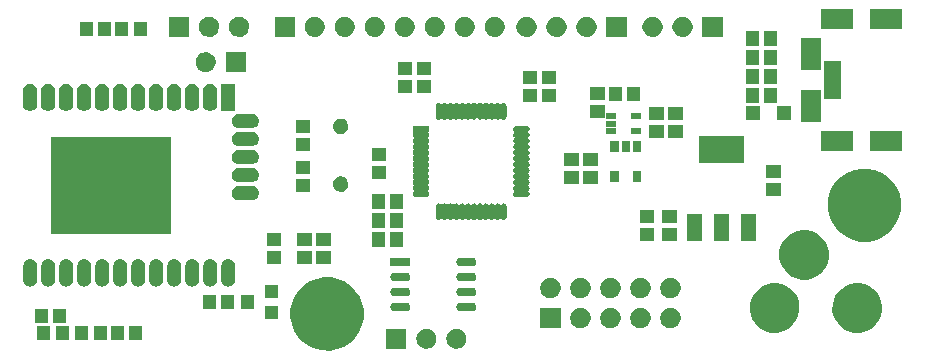
<source format=gts>
G04 (created by PCBNEW (2013-07-07 BZR 4022)-stable) date 14/01/2015 15:32:02*
%MOIN*%
G04 Gerber Fmt 3.4, Leading zero omitted, Abs format*
%FSLAX34Y34*%
G01*
G70*
G90*
G04 APERTURE LIST*
%ADD10C,0.00590551*%
G04 APERTURE END LIST*
G54D10*
G36*
X98092Y-33547D02*
X98092Y-33551D01*
X98092Y-33554D01*
X98092Y-33554D01*
X98086Y-33600D01*
X98086Y-33600D01*
X98086Y-33600D01*
X98073Y-33644D01*
X98050Y-33685D01*
X98021Y-33720D01*
X97985Y-33749D01*
X97944Y-33770D01*
X97900Y-33783D01*
X97854Y-33787D01*
X97808Y-33782D01*
X97764Y-33769D01*
X97723Y-33747D01*
X97688Y-33717D01*
X97659Y-33682D01*
X97637Y-33641D01*
X97624Y-33597D01*
X97619Y-33547D01*
X97619Y-33117D01*
X97619Y-33114D01*
X97619Y-33110D01*
X97619Y-33110D01*
X97624Y-33064D01*
X97624Y-33064D01*
X97624Y-33064D01*
X97638Y-33021D01*
X97661Y-32980D01*
X97690Y-32945D01*
X97726Y-32916D01*
X97767Y-32894D01*
X97811Y-32881D01*
X97857Y-32877D01*
X97903Y-32882D01*
X97947Y-32896D01*
X97988Y-32918D01*
X98023Y-32947D01*
X98052Y-32983D01*
X98074Y-33023D01*
X98087Y-33067D01*
X98092Y-33117D01*
X98092Y-33547D01*
X98092Y-33547D01*
G37*
G36*
X98096Y-39401D02*
X98096Y-39405D01*
X98096Y-39408D01*
X98096Y-39409D01*
X98090Y-39454D01*
X98090Y-39454D01*
X98090Y-39455D01*
X98077Y-39498D01*
X98054Y-39539D01*
X98025Y-39574D01*
X97989Y-39603D01*
X97948Y-39624D01*
X97903Y-39637D01*
X97858Y-39642D01*
X97812Y-39637D01*
X97768Y-39623D01*
X97727Y-39601D01*
X97692Y-39572D01*
X97663Y-39536D01*
X97641Y-39495D01*
X97628Y-39451D01*
X97623Y-39401D01*
X97623Y-38972D01*
X97623Y-38968D01*
X97623Y-38965D01*
X97623Y-38964D01*
X97628Y-38919D01*
X97628Y-38919D01*
X97628Y-38918D01*
X97642Y-38875D01*
X97665Y-38834D01*
X97694Y-38799D01*
X97730Y-38770D01*
X97771Y-38749D01*
X97815Y-38736D01*
X97861Y-38731D01*
X97907Y-38736D01*
X97951Y-38750D01*
X97992Y-38772D01*
X98027Y-38801D01*
X98056Y-38837D01*
X98078Y-38878D01*
X98091Y-38922D01*
X98096Y-38972D01*
X98096Y-39401D01*
X98096Y-39401D01*
G37*
G36*
X98458Y-40869D02*
X98028Y-40869D01*
X98028Y-40390D01*
X98458Y-40390D01*
X98458Y-40869D01*
X98458Y-40869D01*
G37*
G36*
X98523Y-41417D02*
X98090Y-41417D01*
X98090Y-40944D01*
X98523Y-40944D01*
X98523Y-41417D01*
X98523Y-41417D01*
G37*
G36*
X98692Y-33547D02*
X98692Y-33551D01*
X98692Y-33554D01*
X98692Y-33554D01*
X98686Y-33600D01*
X98686Y-33600D01*
X98686Y-33600D01*
X98673Y-33644D01*
X98650Y-33685D01*
X98621Y-33720D01*
X98585Y-33749D01*
X98544Y-33770D01*
X98500Y-33783D01*
X98454Y-33787D01*
X98408Y-33782D01*
X98364Y-33769D01*
X98323Y-33747D01*
X98288Y-33717D01*
X98259Y-33682D01*
X98237Y-33641D01*
X98224Y-33597D01*
X98219Y-33547D01*
X98219Y-33117D01*
X98219Y-33114D01*
X98219Y-33110D01*
X98219Y-33110D01*
X98224Y-33064D01*
X98224Y-33064D01*
X98224Y-33064D01*
X98238Y-33021D01*
X98261Y-32980D01*
X98290Y-32945D01*
X98326Y-32916D01*
X98367Y-32894D01*
X98411Y-32881D01*
X98457Y-32877D01*
X98503Y-32882D01*
X98547Y-32896D01*
X98588Y-32918D01*
X98623Y-32947D01*
X98652Y-32983D01*
X98674Y-33023D01*
X98687Y-33067D01*
X98692Y-33117D01*
X98692Y-33547D01*
X98692Y-33547D01*
G37*
G36*
X98696Y-39401D02*
X98696Y-39405D01*
X98696Y-39408D01*
X98696Y-39409D01*
X98690Y-39454D01*
X98690Y-39454D01*
X98690Y-39455D01*
X98677Y-39498D01*
X98654Y-39539D01*
X98625Y-39574D01*
X98589Y-39603D01*
X98548Y-39624D01*
X98503Y-39637D01*
X98458Y-39642D01*
X98412Y-39637D01*
X98368Y-39623D01*
X98327Y-39601D01*
X98292Y-39572D01*
X98263Y-39536D01*
X98241Y-39495D01*
X98228Y-39451D01*
X98223Y-39401D01*
X98223Y-38972D01*
X98223Y-38968D01*
X98223Y-38965D01*
X98223Y-38964D01*
X98228Y-38919D01*
X98228Y-38919D01*
X98228Y-38918D01*
X98242Y-38875D01*
X98265Y-38834D01*
X98294Y-38799D01*
X98330Y-38770D01*
X98371Y-38749D01*
X98415Y-38736D01*
X98461Y-38731D01*
X98507Y-38736D01*
X98551Y-38750D01*
X98592Y-38772D01*
X98627Y-38801D01*
X98656Y-38837D01*
X98678Y-38878D01*
X98691Y-38922D01*
X98696Y-38972D01*
X98696Y-39401D01*
X98696Y-39401D01*
G37*
G36*
X99058Y-40869D02*
X98628Y-40869D01*
X98628Y-40390D01*
X99058Y-40390D01*
X99058Y-40869D01*
X99058Y-40869D01*
G37*
G36*
X99153Y-41417D02*
X98720Y-41417D01*
X98720Y-40944D01*
X99153Y-40944D01*
X99153Y-41417D01*
X99153Y-41417D01*
G37*
G36*
X99292Y-33547D02*
X99292Y-33551D01*
X99292Y-33554D01*
X99292Y-33554D01*
X99286Y-33600D01*
X99286Y-33600D01*
X99286Y-33600D01*
X99273Y-33644D01*
X99250Y-33685D01*
X99221Y-33720D01*
X99185Y-33749D01*
X99144Y-33770D01*
X99100Y-33783D01*
X99054Y-33787D01*
X99008Y-33782D01*
X98964Y-33769D01*
X98923Y-33747D01*
X98888Y-33717D01*
X98859Y-33682D01*
X98837Y-33641D01*
X98824Y-33597D01*
X98819Y-33547D01*
X98819Y-33117D01*
X98819Y-33114D01*
X98819Y-33110D01*
X98819Y-33110D01*
X98824Y-33064D01*
X98824Y-33064D01*
X98824Y-33064D01*
X98838Y-33021D01*
X98861Y-32980D01*
X98890Y-32945D01*
X98926Y-32916D01*
X98967Y-32894D01*
X99011Y-32881D01*
X99057Y-32877D01*
X99103Y-32882D01*
X99147Y-32896D01*
X99188Y-32918D01*
X99223Y-32947D01*
X99252Y-32983D01*
X99274Y-33023D01*
X99287Y-33067D01*
X99292Y-33117D01*
X99292Y-33547D01*
X99292Y-33547D01*
G37*
G36*
X99296Y-39401D02*
X99296Y-39405D01*
X99296Y-39408D01*
X99296Y-39409D01*
X99290Y-39454D01*
X99290Y-39454D01*
X99290Y-39455D01*
X99277Y-39498D01*
X99254Y-39539D01*
X99225Y-39574D01*
X99189Y-39603D01*
X99148Y-39624D01*
X99103Y-39637D01*
X99058Y-39642D01*
X99012Y-39637D01*
X98968Y-39623D01*
X98927Y-39601D01*
X98892Y-39572D01*
X98863Y-39536D01*
X98841Y-39495D01*
X98828Y-39451D01*
X98823Y-39401D01*
X98823Y-38972D01*
X98823Y-38968D01*
X98823Y-38965D01*
X98823Y-38964D01*
X98828Y-38919D01*
X98828Y-38919D01*
X98828Y-38918D01*
X98842Y-38875D01*
X98865Y-38834D01*
X98894Y-38799D01*
X98930Y-38770D01*
X98971Y-38749D01*
X99015Y-38736D01*
X99061Y-38731D01*
X99107Y-38736D01*
X99151Y-38750D01*
X99192Y-38772D01*
X99227Y-38801D01*
X99256Y-38837D01*
X99278Y-38878D01*
X99291Y-38922D01*
X99296Y-38972D01*
X99296Y-39401D01*
X99296Y-39401D01*
G37*
G36*
X99783Y-41417D02*
X99350Y-41417D01*
X99350Y-40944D01*
X99783Y-40944D01*
X99783Y-41417D01*
X99783Y-41417D01*
G37*
G36*
X99892Y-33547D02*
X99892Y-33551D01*
X99892Y-33554D01*
X99892Y-33554D01*
X99886Y-33600D01*
X99886Y-33600D01*
X99886Y-33600D01*
X99873Y-33644D01*
X99850Y-33685D01*
X99821Y-33720D01*
X99785Y-33749D01*
X99744Y-33770D01*
X99700Y-33783D01*
X99654Y-33787D01*
X99608Y-33782D01*
X99564Y-33769D01*
X99523Y-33747D01*
X99488Y-33717D01*
X99459Y-33682D01*
X99437Y-33641D01*
X99424Y-33597D01*
X99419Y-33547D01*
X99419Y-33117D01*
X99419Y-33114D01*
X99419Y-33110D01*
X99419Y-33110D01*
X99424Y-33064D01*
X99424Y-33064D01*
X99424Y-33064D01*
X99438Y-33021D01*
X99461Y-32980D01*
X99490Y-32945D01*
X99526Y-32916D01*
X99567Y-32894D01*
X99611Y-32881D01*
X99657Y-32877D01*
X99703Y-32882D01*
X99747Y-32896D01*
X99788Y-32918D01*
X99823Y-32947D01*
X99852Y-32983D01*
X99874Y-33023D01*
X99887Y-33067D01*
X99892Y-33117D01*
X99892Y-33547D01*
X99892Y-33547D01*
G37*
G36*
X99896Y-39401D02*
X99896Y-39405D01*
X99896Y-39408D01*
X99896Y-39409D01*
X99890Y-39454D01*
X99890Y-39454D01*
X99890Y-39455D01*
X99877Y-39498D01*
X99854Y-39539D01*
X99825Y-39574D01*
X99789Y-39603D01*
X99748Y-39624D01*
X99703Y-39637D01*
X99658Y-39642D01*
X99612Y-39637D01*
X99568Y-39623D01*
X99527Y-39601D01*
X99492Y-39572D01*
X99463Y-39536D01*
X99441Y-39495D01*
X99428Y-39451D01*
X99423Y-39401D01*
X99423Y-38972D01*
X99423Y-38968D01*
X99423Y-38965D01*
X99423Y-38964D01*
X99428Y-38919D01*
X99428Y-38919D01*
X99428Y-38918D01*
X99442Y-38875D01*
X99465Y-38834D01*
X99494Y-38799D01*
X99530Y-38770D01*
X99571Y-38749D01*
X99615Y-38736D01*
X99661Y-38731D01*
X99707Y-38736D01*
X99751Y-38750D01*
X99792Y-38772D01*
X99827Y-38801D01*
X99856Y-38837D01*
X99878Y-38878D01*
X99891Y-38922D01*
X99896Y-38972D01*
X99896Y-39401D01*
X99896Y-39401D01*
G37*
G36*
X99954Y-31302D02*
X99524Y-31302D01*
X99524Y-30823D01*
X99954Y-30823D01*
X99954Y-31302D01*
X99954Y-31302D01*
G37*
G36*
X100413Y-41417D02*
X99980Y-41417D01*
X99980Y-40944D01*
X100413Y-40944D01*
X100413Y-41417D01*
X100413Y-41417D01*
G37*
G36*
X100492Y-33547D02*
X100492Y-33551D01*
X100492Y-33554D01*
X100492Y-33554D01*
X100486Y-33600D01*
X100486Y-33600D01*
X100486Y-33600D01*
X100473Y-33644D01*
X100450Y-33685D01*
X100421Y-33720D01*
X100385Y-33749D01*
X100344Y-33770D01*
X100300Y-33783D01*
X100254Y-33787D01*
X100208Y-33782D01*
X100164Y-33769D01*
X100123Y-33747D01*
X100088Y-33717D01*
X100059Y-33682D01*
X100037Y-33641D01*
X100024Y-33597D01*
X100019Y-33547D01*
X100019Y-33117D01*
X100019Y-33114D01*
X100019Y-33110D01*
X100019Y-33110D01*
X100024Y-33064D01*
X100024Y-33064D01*
X100024Y-33064D01*
X100038Y-33021D01*
X100061Y-32980D01*
X100090Y-32945D01*
X100126Y-32916D01*
X100167Y-32894D01*
X100211Y-32881D01*
X100257Y-32877D01*
X100303Y-32882D01*
X100347Y-32896D01*
X100388Y-32918D01*
X100423Y-32947D01*
X100452Y-32983D01*
X100474Y-33023D01*
X100487Y-33067D01*
X100492Y-33117D01*
X100492Y-33547D01*
X100492Y-33547D01*
G37*
G36*
X100496Y-39401D02*
X100496Y-39405D01*
X100496Y-39408D01*
X100496Y-39409D01*
X100490Y-39454D01*
X100490Y-39454D01*
X100490Y-39455D01*
X100477Y-39498D01*
X100454Y-39539D01*
X100425Y-39574D01*
X100389Y-39603D01*
X100348Y-39624D01*
X100303Y-39637D01*
X100258Y-39642D01*
X100212Y-39637D01*
X100168Y-39623D01*
X100127Y-39601D01*
X100092Y-39572D01*
X100063Y-39536D01*
X100041Y-39495D01*
X100028Y-39451D01*
X100023Y-39401D01*
X100023Y-38972D01*
X100023Y-38968D01*
X100023Y-38965D01*
X100023Y-38964D01*
X100028Y-38919D01*
X100028Y-38919D01*
X100028Y-38918D01*
X100042Y-38875D01*
X100065Y-38834D01*
X100094Y-38799D01*
X100130Y-38770D01*
X100171Y-38749D01*
X100215Y-38736D01*
X100261Y-38731D01*
X100307Y-38736D01*
X100351Y-38750D01*
X100392Y-38772D01*
X100427Y-38801D01*
X100456Y-38837D01*
X100478Y-38878D01*
X100491Y-38922D01*
X100496Y-38972D01*
X100496Y-39401D01*
X100496Y-39401D01*
G37*
G36*
X100554Y-31302D02*
X100124Y-31302D01*
X100124Y-30823D01*
X100554Y-30823D01*
X100554Y-31302D01*
X100554Y-31302D01*
G37*
G36*
X100977Y-41420D02*
X100548Y-41420D01*
X100548Y-40941D01*
X100977Y-40941D01*
X100977Y-41420D01*
X100977Y-41420D01*
G37*
G36*
X101092Y-33547D02*
X101092Y-33551D01*
X101092Y-33554D01*
X101092Y-33554D01*
X101086Y-33600D01*
X101086Y-33600D01*
X101086Y-33600D01*
X101073Y-33644D01*
X101050Y-33685D01*
X101021Y-33720D01*
X100985Y-33749D01*
X100944Y-33770D01*
X100900Y-33783D01*
X100854Y-33787D01*
X100808Y-33782D01*
X100764Y-33769D01*
X100723Y-33747D01*
X100688Y-33717D01*
X100659Y-33682D01*
X100637Y-33641D01*
X100624Y-33597D01*
X100619Y-33547D01*
X100619Y-33117D01*
X100619Y-33114D01*
X100619Y-33110D01*
X100619Y-33110D01*
X100624Y-33064D01*
X100624Y-33064D01*
X100624Y-33064D01*
X100638Y-33021D01*
X100661Y-32980D01*
X100690Y-32945D01*
X100726Y-32916D01*
X100767Y-32894D01*
X100811Y-32881D01*
X100857Y-32877D01*
X100903Y-32882D01*
X100947Y-32896D01*
X100988Y-32918D01*
X101023Y-32947D01*
X101052Y-32983D01*
X101074Y-33023D01*
X101087Y-33067D01*
X101092Y-33117D01*
X101092Y-33547D01*
X101092Y-33547D01*
G37*
G36*
X101096Y-39401D02*
X101096Y-39405D01*
X101096Y-39408D01*
X101096Y-39409D01*
X101090Y-39454D01*
X101090Y-39454D01*
X101090Y-39455D01*
X101077Y-39498D01*
X101054Y-39539D01*
X101025Y-39574D01*
X100989Y-39603D01*
X100948Y-39624D01*
X100903Y-39637D01*
X100858Y-39642D01*
X100812Y-39637D01*
X100768Y-39623D01*
X100727Y-39601D01*
X100692Y-39572D01*
X100663Y-39536D01*
X100641Y-39495D01*
X100628Y-39451D01*
X100623Y-39401D01*
X100623Y-38972D01*
X100623Y-38968D01*
X100623Y-38965D01*
X100623Y-38964D01*
X100628Y-38919D01*
X100628Y-38919D01*
X100628Y-38918D01*
X100642Y-38875D01*
X100665Y-38834D01*
X100694Y-38799D01*
X100730Y-38770D01*
X100771Y-38749D01*
X100815Y-38736D01*
X100861Y-38731D01*
X100907Y-38736D01*
X100951Y-38750D01*
X100992Y-38772D01*
X101027Y-38801D01*
X101056Y-38837D01*
X101078Y-38878D01*
X101091Y-38922D01*
X101096Y-38972D01*
X101096Y-39401D01*
X101096Y-39401D01*
G37*
G36*
X101122Y-31299D02*
X100688Y-31299D01*
X100688Y-30826D01*
X101122Y-30826D01*
X101122Y-31299D01*
X101122Y-31299D01*
G37*
G36*
X101577Y-41420D02*
X101148Y-41420D01*
X101148Y-40941D01*
X101577Y-40941D01*
X101577Y-41420D01*
X101577Y-41420D01*
G37*
G36*
X101692Y-33547D02*
X101692Y-33551D01*
X101692Y-33554D01*
X101692Y-33554D01*
X101686Y-33600D01*
X101686Y-33600D01*
X101686Y-33600D01*
X101673Y-33644D01*
X101650Y-33685D01*
X101621Y-33720D01*
X101585Y-33749D01*
X101544Y-33770D01*
X101500Y-33783D01*
X101454Y-33787D01*
X101408Y-33782D01*
X101364Y-33769D01*
X101323Y-33747D01*
X101288Y-33717D01*
X101259Y-33682D01*
X101237Y-33641D01*
X101224Y-33597D01*
X101219Y-33547D01*
X101219Y-33117D01*
X101219Y-33114D01*
X101219Y-33110D01*
X101219Y-33110D01*
X101224Y-33064D01*
X101224Y-33064D01*
X101224Y-33064D01*
X101238Y-33021D01*
X101261Y-32980D01*
X101290Y-32945D01*
X101326Y-32916D01*
X101367Y-32894D01*
X101411Y-32881D01*
X101457Y-32877D01*
X101503Y-32882D01*
X101547Y-32896D01*
X101588Y-32918D01*
X101623Y-32947D01*
X101652Y-32983D01*
X101674Y-33023D01*
X101687Y-33067D01*
X101692Y-33117D01*
X101692Y-33547D01*
X101692Y-33547D01*
G37*
G36*
X101696Y-39401D02*
X101696Y-39405D01*
X101696Y-39408D01*
X101696Y-39409D01*
X101690Y-39454D01*
X101690Y-39454D01*
X101690Y-39455D01*
X101677Y-39498D01*
X101654Y-39539D01*
X101625Y-39574D01*
X101589Y-39603D01*
X101548Y-39624D01*
X101503Y-39637D01*
X101458Y-39642D01*
X101412Y-39637D01*
X101368Y-39623D01*
X101327Y-39601D01*
X101292Y-39572D01*
X101263Y-39536D01*
X101241Y-39495D01*
X101228Y-39451D01*
X101223Y-39401D01*
X101223Y-38972D01*
X101223Y-38968D01*
X101223Y-38965D01*
X101223Y-38964D01*
X101228Y-38919D01*
X101228Y-38919D01*
X101228Y-38918D01*
X101242Y-38875D01*
X101265Y-38834D01*
X101294Y-38799D01*
X101330Y-38770D01*
X101371Y-38749D01*
X101415Y-38736D01*
X101461Y-38731D01*
X101507Y-38736D01*
X101551Y-38750D01*
X101592Y-38772D01*
X101627Y-38801D01*
X101656Y-38837D01*
X101678Y-38878D01*
X101691Y-38922D01*
X101696Y-38972D01*
X101696Y-39401D01*
X101696Y-39401D01*
G37*
G36*
X101752Y-31299D02*
X101318Y-31299D01*
X101318Y-30826D01*
X101752Y-30826D01*
X101752Y-31299D01*
X101752Y-31299D01*
G37*
G36*
X102292Y-33547D02*
X102292Y-33551D01*
X102292Y-33554D01*
X102292Y-33554D01*
X102286Y-33600D01*
X102286Y-33600D01*
X102286Y-33600D01*
X102273Y-33644D01*
X102250Y-33685D01*
X102221Y-33720D01*
X102185Y-33749D01*
X102144Y-33770D01*
X102100Y-33783D01*
X102054Y-33787D01*
X102008Y-33782D01*
X101964Y-33769D01*
X101923Y-33747D01*
X101888Y-33717D01*
X101859Y-33682D01*
X101837Y-33641D01*
X101824Y-33597D01*
X101819Y-33547D01*
X101819Y-33117D01*
X101819Y-33114D01*
X101819Y-33110D01*
X101819Y-33110D01*
X101824Y-33064D01*
X101824Y-33064D01*
X101824Y-33064D01*
X101838Y-33021D01*
X101861Y-32980D01*
X101890Y-32945D01*
X101926Y-32916D01*
X101967Y-32894D01*
X102011Y-32881D01*
X102057Y-32877D01*
X102103Y-32882D01*
X102147Y-32896D01*
X102188Y-32918D01*
X102223Y-32947D01*
X102252Y-32983D01*
X102274Y-33023D01*
X102287Y-33067D01*
X102292Y-33117D01*
X102292Y-33547D01*
X102292Y-33547D01*
G37*
G36*
X102296Y-39401D02*
X102296Y-39405D01*
X102296Y-39408D01*
X102296Y-39409D01*
X102290Y-39454D01*
X102290Y-39454D01*
X102290Y-39455D01*
X102277Y-39498D01*
X102254Y-39539D01*
X102225Y-39574D01*
X102189Y-39603D01*
X102148Y-39624D01*
X102103Y-39637D01*
X102058Y-39642D01*
X102012Y-39637D01*
X101968Y-39623D01*
X101927Y-39601D01*
X101892Y-39572D01*
X101863Y-39536D01*
X101841Y-39495D01*
X101828Y-39451D01*
X101823Y-39401D01*
X101823Y-38972D01*
X101823Y-38968D01*
X101823Y-38965D01*
X101823Y-38964D01*
X101828Y-38919D01*
X101828Y-38919D01*
X101828Y-38918D01*
X101842Y-38875D01*
X101865Y-38834D01*
X101894Y-38799D01*
X101930Y-38770D01*
X101971Y-38749D01*
X102015Y-38736D01*
X102061Y-38731D01*
X102107Y-38736D01*
X102151Y-38750D01*
X102192Y-38772D01*
X102227Y-38801D01*
X102256Y-38837D01*
X102278Y-38878D01*
X102291Y-38922D01*
X102296Y-38972D01*
X102296Y-39401D01*
X102296Y-39401D01*
G37*
G36*
X102559Y-37874D02*
X101795Y-37874D01*
X101787Y-37874D01*
X101677Y-37874D01*
X101669Y-37874D01*
X101007Y-37874D01*
X101000Y-37874D01*
X100889Y-37874D01*
X100881Y-37874D01*
X100220Y-37874D01*
X100212Y-37874D01*
X100102Y-37874D01*
X100094Y-37874D01*
X99432Y-37874D01*
X99425Y-37874D01*
X99314Y-37874D01*
X99307Y-37874D01*
X98542Y-37874D01*
X98542Y-37110D01*
X98542Y-37102D01*
X98542Y-36992D01*
X98542Y-36984D01*
X98542Y-36322D01*
X98542Y-36315D01*
X98542Y-36204D01*
X98542Y-36196D01*
X98542Y-35535D01*
X98542Y-35527D01*
X98542Y-35417D01*
X98542Y-35409D01*
X98542Y-34645D01*
X99307Y-34645D01*
X99314Y-34645D01*
X99425Y-34645D01*
X99432Y-34645D01*
X100094Y-34645D01*
X100102Y-34645D01*
X100212Y-34645D01*
X100220Y-34645D01*
X100881Y-34645D01*
X100889Y-34645D01*
X101000Y-34645D01*
X101007Y-34645D01*
X101669Y-34645D01*
X101677Y-34645D01*
X101787Y-34645D01*
X101795Y-34645D01*
X102559Y-34645D01*
X102559Y-35409D01*
X102559Y-35417D01*
X102559Y-35527D01*
X102559Y-35535D01*
X102559Y-36196D01*
X102559Y-36204D01*
X102559Y-36315D01*
X102559Y-36322D01*
X102559Y-36984D01*
X102559Y-36992D01*
X102559Y-37102D01*
X102559Y-37110D01*
X102559Y-37874D01*
X102559Y-37874D01*
G37*
G36*
X102892Y-33547D02*
X102892Y-33551D01*
X102892Y-33554D01*
X102892Y-33554D01*
X102886Y-33600D01*
X102886Y-33600D01*
X102886Y-33600D01*
X102873Y-33644D01*
X102850Y-33685D01*
X102821Y-33720D01*
X102785Y-33749D01*
X102744Y-33770D01*
X102700Y-33783D01*
X102654Y-33787D01*
X102608Y-33782D01*
X102564Y-33769D01*
X102523Y-33747D01*
X102488Y-33717D01*
X102459Y-33682D01*
X102437Y-33641D01*
X102424Y-33597D01*
X102419Y-33547D01*
X102419Y-33117D01*
X102419Y-33114D01*
X102419Y-33110D01*
X102419Y-33110D01*
X102424Y-33064D01*
X102424Y-33064D01*
X102424Y-33064D01*
X102438Y-33021D01*
X102461Y-32980D01*
X102490Y-32945D01*
X102526Y-32916D01*
X102567Y-32894D01*
X102611Y-32881D01*
X102657Y-32877D01*
X102703Y-32882D01*
X102747Y-32896D01*
X102788Y-32918D01*
X102823Y-32947D01*
X102852Y-32983D01*
X102874Y-33023D01*
X102887Y-33067D01*
X102892Y-33117D01*
X102892Y-33547D01*
X102892Y-33547D01*
G37*
G36*
X102896Y-39401D02*
X102896Y-39405D01*
X102896Y-39408D01*
X102896Y-39409D01*
X102890Y-39454D01*
X102890Y-39454D01*
X102890Y-39455D01*
X102877Y-39498D01*
X102854Y-39539D01*
X102825Y-39574D01*
X102789Y-39603D01*
X102748Y-39624D01*
X102703Y-39637D01*
X102658Y-39642D01*
X102612Y-39637D01*
X102568Y-39623D01*
X102527Y-39601D01*
X102492Y-39572D01*
X102463Y-39536D01*
X102441Y-39495D01*
X102428Y-39451D01*
X102423Y-39401D01*
X102423Y-38972D01*
X102423Y-38968D01*
X102423Y-38965D01*
X102423Y-38964D01*
X102428Y-38919D01*
X102428Y-38919D01*
X102428Y-38918D01*
X102442Y-38875D01*
X102465Y-38834D01*
X102494Y-38799D01*
X102530Y-38770D01*
X102571Y-38749D01*
X102615Y-38736D01*
X102661Y-38731D01*
X102707Y-38736D01*
X102751Y-38750D01*
X102792Y-38772D01*
X102827Y-38801D01*
X102856Y-38837D01*
X102878Y-38878D01*
X102891Y-38922D01*
X102896Y-38972D01*
X102896Y-39401D01*
X102896Y-39401D01*
G37*
G36*
X103153Y-31319D02*
X102483Y-31319D01*
X102483Y-30649D01*
X103153Y-30649D01*
X103153Y-31319D01*
X103153Y-31319D01*
G37*
G36*
X103492Y-33547D02*
X103492Y-33551D01*
X103492Y-33554D01*
X103492Y-33554D01*
X103486Y-33600D01*
X103486Y-33600D01*
X103486Y-33600D01*
X103473Y-33644D01*
X103450Y-33685D01*
X103421Y-33720D01*
X103385Y-33749D01*
X103344Y-33770D01*
X103300Y-33783D01*
X103254Y-33787D01*
X103208Y-33782D01*
X103164Y-33769D01*
X103123Y-33747D01*
X103088Y-33717D01*
X103059Y-33682D01*
X103037Y-33641D01*
X103024Y-33597D01*
X103019Y-33547D01*
X103019Y-33117D01*
X103019Y-33114D01*
X103019Y-33110D01*
X103019Y-33110D01*
X103024Y-33064D01*
X103024Y-33064D01*
X103024Y-33064D01*
X103038Y-33021D01*
X103061Y-32980D01*
X103090Y-32945D01*
X103126Y-32916D01*
X103167Y-32894D01*
X103211Y-32881D01*
X103257Y-32877D01*
X103303Y-32882D01*
X103347Y-32896D01*
X103388Y-32918D01*
X103423Y-32947D01*
X103452Y-32983D01*
X103474Y-33023D01*
X103487Y-33067D01*
X103492Y-33117D01*
X103492Y-33547D01*
X103492Y-33547D01*
G37*
G36*
X103496Y-39401D02*
X103496Y-39405D01*
X103496Y-39408D01*
X103496Y-39409D01*
X103490Y-39454D01*
X103490Y-39454D01*
X103490Y-39455D01*
X103477Y-39498D01*
X103454Y-39539D01*
X103425Y-39574D01*
X103389Y-39603D01*
X103348Y-39624D01*
X103303Y-39637D01*
X103258Y-39642D01*
X103212Y-39637D01*
X103168Y-39623D01*
X103127Y-39601D01*
X103092Y-39572D01*
X103063Y-39536D01*
X103041Y-39495D01*
X103028Y-39451D01*
X103023Y-39401D01*
X103023Y-38972D01*
X103023Y-38968D01*
X103023Y-38965D01*
X103023Y-38964D01*
X103028Y-38919D01*
X103028Y-38919D01*
X103028Y-38918D01*
X103042Y-38875D01*
X103065Y-38834D01*
X103094Y-38799D01*
X103130Y-38770D01*
X103171Y-38749D01*
X103215Y-38736D01*
X103261Y-38731D01*
X103307Y-38736D01*
X103351Y-38750D01*
X103392Y-38772D01*
X103427Y-38801D01*
X103456Y-38837D01*
X103478Y-38878D01*
X103491Y-38922D01*
X103496Y-38972D01*
X103496Y-39401D01*
X103496Y-39401D01*
G37*
G36*
X104047Y-32133D02*
X104046Y-32206D01*
X104031Y-32272D01*
X104005Y-32330D01*
X103966Y-32386D01*
X103920Y-32429D01*
X103862Y-32466D01*
X103804Y-32488D01*
X103736Y-32500D01*
X103674Y-32499D01*
X103607Y-32484D01*
X103549Y-32459D01*
X103493Y-32420D01*
X103449Y-32375D01*
X103412Y-32317D01*
X103389Y-32259D01*
X103377Y-32191D01*
X103378Y-32129D01*
X103392Y-32062D01*
X103416Y-32004D01*
X103455Y-31947D01*
X103500Y-31904D01*
X103558Y-31866D01*
X103615Y-31843D01*
X103683Y-31830D01*
X103745Y-31830D01*
X103813Y-31844D01*
X103871Y-31868D01*
X103928Y-31907D01*
X103972Y-31951D01*
X104010Y-32009D01*
X104034Y-32066D01*
X104047Y-32132D01*
X104047Y-32133D01*
X104047Y-32133D01*
G37*
G36*
X104048Y-40397D02*
X103619Y-40397D01*
X103619Y-39917D01*
X104048Y-39917D01*
X104048Y-40397D01*
X104048Y-40397D01*
G37*
G36*
X104092Y-33547D02*
X104092Y-33551D01*
X104092Y-33554D01*
X104092Y-33554D01*
X104086Y-33600D01*
X104086Y-33600D01*
X104086Y-33600D01*
X104073Y-33644D01*
X104050Y-33685D01*
X104021Y-33720D01*
X103985Y-33749D01*
X103944Y-33770D01*
X103900Y-33783D01*
X103854Y-33787D01*
X103808Y-33782D01*
X103764Y-33769D01*
X103723Y-33747D01*
X103688Y-33717D01*
X103659Y-33682D01*
X103637Y-33641D01*
X103624Y-33597D01*
X103619Y-33547D01*
X103619Y-33117D01*
X103619Y-33114D01*
X103619Y-33110D01*
X103619Y-33110D01*
X103624Y-33064D01*
X103624Y-33064D01*
X103624Y-33064D01*
X103638Y-33021D01*
X103661Y-32980D01*
X103690Y-32945D01*
X103726Y-32916D01*
X103767Y-32894D01*
X103811Y-32881D01*
X103857Y-32877D01*
X103903Y-32882D01*
X103947Y-32896D01*
X103988Y-32918D01*
X104023Y-32947D01*
X104052Y-32983D01*
X104074Y-33023D01*
X104087Y-33067D01*
X104092Y-33117D01*
X104092Y-33547D01*
X104092Y-33547D01*
G37*
G36*
X104096Y-39401D02*
X104096Y-39405D01*
X104096Y-39408D01*
X104096Y-39409D01*
X104090Y-39454D01*
X104090Y-39454D01*
X104090Y-39455D01*
X104077Y-39498D01*
X104054Y-39539D01*
X104025Y-39574D01*
X103989Y-39603D01*
X103948Y-39624D01*
X103903Y-39637D01*
X103858Y-39642D01*
X103812Y-39637D01*
X103768Y-39623D01*
X103727Y-39601D01*
X103692Y-39572D01*
X103663Y-39536D01*
X103641Y-39495D01*
X103628Y-39451D01*
X103623Y-39401D01*
X103623Y-38972D01*
X103623Y-38968D01*
X103623Y-38965D01*
X103623Y-38964D01*
X103628Y-38919D01*
X103628Y-38919D01*
X103628Y-38918D01*
X103642Y-38875D01*
X103665Y-38834D01*
X103694Y-38799D01*
X103730Y-38770D01*
X103771Y-38749D01*
X103815Y-38736D01*
X103861Y-38731D01*
X103907Y-38736D01*
X103951Y-38750D01*
X103992Y-38772D01*
X104027Y-38801D01*
X104056Y-38837D01*
X104078Y-38878D01*
X104091Y-38922D01*
X104096Y-38972D01*
X104096Y-39401D01*
X104096Y-39401D01*
G37*
G36*
X104153Y-30952D02*
X104152Y-31025D01*
X104137Y-31091D01*
X104112Y-31149D01*
X104072Y-31205D01*
X104027Y-31248D01*
X103969Y-31285D01*
X103910Y-31307D01*
X103843Y-31319D01*
X103780Y-31318D01*
X103713Y-31303D01*
X103656Y-31278D01*
X103599Y-31239D01*
X103556Y-31194D01*
X103518Y-31136D01*
X103495Y-31078D01*
X103483Y-31010D01*
X103484Y-30948D01*
X103498Y-30880D01*
X103523Y-30823D01*
X103562Y-30766D01*
X103606Y-30723D01*
X103664Y-30685D01*
X103722Y-30662D01*
X103790Y-30649D01*
X103852Y-30649D01*
X103920Y-30663D01*
X103977Y-30687D01*
X104034Y-30726D01*
X104078Y-30770D01*
X104116Y-30827D01*
X104140Y-30885D01*
X104153Y-30951D01*
X104153Y-30952D01*
X104153Y-30952D01*
G37*
G36*
X104648Y-40397D02*
X104219Y-40397D01*
X104219Y-39917D01*
X104648Y-39917D01*
X104648Y-40397D01*
X104648Y-40397D01*
G37*
G36*
X104685Y-33785D02*
X104212Y-33785D01*
X104212Y-32879D01*
X104685Y-32879D01*
X104685Y-33785D01*
X104685Y-33785D01*
G37*
G36*
X104696Y-39401D02*
X104696Y-39405D01*
X104696Y-39408D01*
X104696Y-39409D01*
X104690Y-39454D01*
X104690Y-39454D01*
X104690Y-39455D01*
X104677Y-39498D01*
X104654Y-39539D01*
X104625Y-39574D01*
X104589Y-39603D01*
X104548Y-39624D01*
X104503Y-39637D01*
X104458Y-39642D01*
X104412Y-39637D01*
X104368Y-39623D01*
X104327Y-39601D01*
X104292Y-39572D01*
X104263Y-39536D01*
X104241Y-39495D01*
X104228Y-39451D01*
X104223Y-39401D01*
X104223Y-38972D01*
X104223Y-38968D01*
X104223Y-38965D01*
X104223Y-38964D01*
X104228Y-38919D01*
X104228Y-38919D01*
X104228Y-38918D01*
X104242Y-38875D01*
X104265Y-38834D01*
X104294Y-38799D01*
X104330Y-38770D01*
X104371Y-38749D01*
X104415Y-38736D01*
X104461Y-38731D01*
X104507Y-38736D01*
X104551Y-38750D01*
X104592Y-38772D01*
X104627Y-38801D01*
X104656Y-38837D01*
X104678Y-38878D01*
X104691Y-38922D01*
X104696Y-38972D01*
X104696Y-39401D01*
X104696Y-39401D01*
G37*
G36*
X105047Y-32500D02*
X104377Y-32500D01*
X104377Y-31830D01*
X105047Y-31830D01*
X105047Y-32500D01*
X105047Y-32500D01*
G37*
G36*
X105153Y-30952D02*
X105152Y-31025D01*
X105137Y-31091D01*
X105112Y-31149D01*
X105072Y-31205D01*
X105027Y-31248D01*
X104969Y-31285D01*
X104910Y-31307D01*
X104843Y-31319D01*
X104780Y-31318D01*
X104713Y-31303D01*
X104656Y-31278D01*
X104599Y-31239D01*
X104556Y-31194D01*
X104518Y-31136D01*
X104495Y-31078D01*
X104483Y-31010D01*
X104484Y-30948D01*
X104498Y-30880D01*
X104523Y-30823D01*
X104562Y-30766D01*
X104606Y-30723D01*
X104664Y-30685D01*
X104722Y-30662D01*
X104790Y-30649D01*
X104852Y-30649D01*
X104920Y-30663D01*
X104977Y-30687D01*
X105034Y-30726D01*
X105078Y-30770D01*
X105116Y-30827D01*
X105140Y-30885D01*
X105153Y-30951D01*
X105153Y-30952D01*
X105153Y-30952D01*
G37*
G36*
X105331Y-40377D02*
X104892Y-40377D01*
X104892Y-39937D01*
X105331Y-39937D01*
X105331Y-40377D01*
X105331Y-40377D01*
G37*
G36*
X105482Y-34115D02*
X105477Y-34161D01*
X105464Y-34205D01*
X105442Y-34246D01*
X105412Y-34281D01*
X105377Y-34310D01*
X105336Y-34332D01*
X105292Y-34345D01*
X105242Y-34350D01*
X104812Y-34350D01*
X104809Y-34350D01*
X104805Y-34350D01*
X104805Y-34350D01*
X104759Y-34345D01*
X104759Y-34345D01*
X104759Y-34345D01*
X104715Y-34331D01*
X104675Y-34308D01*
X104640Y-34279D01*
X104610Y-34243D01*
X104589Y-34202D01*
X104576Y-34158D01*
X104572Y-34112D01*
X104577Y-34066D01*
X104590Y-34022D01*
X104612Y-33982D01*
X104642Y-33946D01*
X104678Y-33917D01*
X104718Y-33895D01*
X104762Y-33882D01*
X104812Y-33877D01*
X105242Y-33877D01*
X105246Y-33877D01*
X105249Y-33877D01*
X105249Y-33877D01*
X105295Y-33883D01*
X105295Y-33883D01*
X105295Y-33883D01*
X105339Y-33896D01*
X105380Y-33919D01*
X105415Y-33948D01*
X105444Y-33984D01*
X105465Y-34025D01*
X105478Y-34070D01*
X105482Y-34115D01*
X105482Y-34115D01*
G37*
G36*
X105482Y-34718D02*
X105477Y-34764D01*
X105464Y-34807D01*
X105442Y-34848D01*
X105412Y-34884D01*
X105377Y-34913D01*
X105336Y-34934D01*
X105292Y-34948D01*
X105242Y-34953D01*
X104812Y-34953D01*
X104809Y-34953D01*
X104805Y-34952D01*
X104805Y-34952D01*
X104759Y-34947D01*
X104759Y-34947D01*
X104759Y-34947D01*
X104715Y-34933D01*
X104675Y-34911D01*
X104640Y-34881D01*
X104610Y-34845D01*
X104589Y-34805D01*
X104576Y-34760D01*
X104572Y-34715D01*
X104577Y-34668D01*
X104590Y-34625D01*
X104612Y-34584D01*
X104642Y-34548D01*
X104678Y-34519D01*
X104718Y-34498D01*
X104762Y-34484D01*
X104812Y-34479D01*
X105242Y-34479D01*
X105246Y-34479D01*
X105249Y-34480D01*
X105249Y-34480D01*
X105295Y-34485D01*
X105295Y-34485D01*
X105295Y-34485D01*
X105339Y-34499D01*
X105380Y-34521D01*
X105415Y-34551D01*
X105444Y-34587D01*
X105465Y-34627D01*
X105478Y-34672D01*
X105482Y-34718D01*
X105482Y-34718D01*
G37*
G36*
X105482Y-35320D02*
X105477Y-35366D01*
X105464Y-35410D01*
X105442Y-35451D01*
X105412Y-35486D01*
X105377Y-35515D01*
X105336Y-35537D01*
X105292Y-35550D01*
X105242Y-35555D01*
X104812Y-35555D01*
X104809Y-35555D01*
X104805Y-35555D01*
X104805Y-35555D01*
X104759Y-35549D01*
X104759Y-35549D01*
X104759Y-35549D01*
X104715Y-35536D01*
X104675Y-35513D01*
X104640Y-35484D01*
X104610Y-35448D01*
X104589Y-35407D01*
X104576Y-35363D01*
X104572Y-35317D01*
X104577Y-35271D01*
X104590Y-35227D01*
X104612Y-35186D01*
X104642Y-35151D01*
X104678Y-35122D01*
X104718Y-35100D01*
X104762Y-35087D01*
X104812Y-35082D01*
X105242Y-35082D01*
X105246Y-35082D01*
X105249Y-35082D01*
X105249Y-35082D01*
X105295Y-35087D01*
X105295Y-35087D01*
X105295Y-35087D01*
X105339Y-35101D01*
X105380Y-35124D01*
X105415Y-35153D01*
X105444Y-35189D01*
X105465Y-35230D01*
X105478Y-35274D01*
X105482Y-35320D01*
X105482Y-35320D01*
G37*
G36*
X105482Y-35922D02*
X105477Y-35968D01*
X105464Y-36012D01*
X105442Y-36053D01*
X105412Y-36088D01*
X105377Y-36118D01*
X105336Y-36139D01*
X105292Y-36152D01*
X105242Y-36157D01*
X104812Y-36157D01*
X104809Y-36157D01*
X104805Y-36157D01*
X104805Y-36157D01*
X104759Y-36152D01*
X104759Y-36152D01*
X104759Y-36152D01*
X104715Y-36138D01*
X104675Y-36116D01*
X104640Y-36086D01*
X104610Y-36050D01*
X104589Y-36009D01*
X104576Y-35965D01*
X104572Y-35919D01*
X104577Y-35873D01*
X104590Y-35829D01*
X104612Y-35789D01*
X104642Y-35753D01*
X104678Y-35724D01*
X104718Y-35702D01*
X104762Y-35689D01*
X104812Y-35684D01*
X105242Y-35684D01*
X105246Y-35684D01*
X105249Y-35685D01*
X105249Y-35685D01*
X105295Y-35690D01*
X105295Y-35690D01*
X105295Y-35690D01*
X105339Y-35704D01*
X105380Y-35726D01*
X105415Y-35755D01*
X105444Y-35792D01*
X105465Y-35832D01*
X105478Y-35877D01*
X105482Y-35922D01*
X105482Y-35922D01*
G37*
G36*
X105482Y-36525D02*
X105477Y-36571D01*
X105464Y-36615D01*
X105442Y-36655D01*
X105412Y-36691D01*
X105377Y-36720D01*
X105336Y-36742D01*
X105292Y-36755D01*
X105242Y-36760D01*
X104812Y-36760D01*
X104809Y-36760D01*
X104805Y-36759D01*
X104805Y-36759D01*
X104759Y-36754D01*
X104759Y-36754D01*
X104759Y-36754D01*
X104715Y-36740D01*
X104675Y-36718D01*
X104640Y-36689D01*
X104610Y-36652D01*
X104589Y-36612D01*
X104576Y-36567D01*
X104572Y-36522D01*
X104577Y-36476D01*
X104590Y-36432D01*
X104612Y-36391D01*
X104642Y-36356D01*
X104678Y-36326D01*
X104718Y-36305D01*
X104762Y-36291D01*
X104812Y-36287D01*
X105242Y-36287D01*
X105246Y-36287D01*
X105249Y-36287D01*
X105249Y-36287D01*
X105295Y-36292D01*
X105295Y-36292D01*
X105295Y-36292D01*
X105339Y-36306D01*
X105380Y-36328D01*
X105415Y-36358D01*
X105444Y-36394D01*
X105465Y-36434D01*
X105478Y-36479D01*
X105482Y-36525D01*
X105482Y-36525D01*
G37*
G36*
X106131Y-40027D02*
X105692Y-40027D01*
X105692Y-39587D01*
X106131Y-39587D01*
X106131Y-40027D01*
X106131Y-40027D01*
G37*
G36*
X106131Y-40727D02*
X105692Y-40727D01*
X105692Y-40287D01*
X106131Y-40287D01*
X106131Y-40727D01*
X106131Y-40727D01*
G37*
G36*
X106224Y-38300D02*
X105744Y-38300D01*
X105744Y-37871D01*
X106224Y-37871D01*
X106224Y-38300D01*
X106224Y-38300D01*
G37*
G36*
X106224Y-38900D02*
X105744Y-38900D01*
X105744Y-38471D01*
X106224Y-38471D01*
X106224Y-38900D01*
X106224Y-38900D01*
G37*
G36*
X106677Y-31319D02*
X106007Y-31319D01*
X106007Y-30649D01*
X106677Y-30649D01*
X106677Y-31319D01*
X106677Y-31319D01*
G37*
G36*
X107190Y-35886D02*
X106710Y-35886D01*
X106710Y-35457D01*
X107190Y-35457D01*
X107190Y-35886D01*
X107190Y-35886D01*
G37*
G36*
X107190Y-36486D02*
X106710Y-36486D01*
X106710Y-36057D01*
X107190Y-36057D01*
X107190Y-36486D01*
X107190Y-36486D01*
G37*
G36*
X107199Y-34517D02*
X106719Y-34517D01*
X106719Y-34087D01*
X107199Y-34087D01*
X107199Y-34517D01*
X107199Y-34517D01*
G37*
G36*
X107199Y-35117D02*
X106719Y-35117D01*
X106719Y-34687D01*
X107199Y-34687D01*
X107199Y-35117D01*
X107199Y-35117D01*
G37*
G36*
X107247Y-38300D02*
X106768Y-38300D01*
X106768Y-37871D01*
X107247Y-37871D01*
X107247Y-38300D01*
X107247Y-38300D01*
G37*
G36*
X107247Y-38900D02*
X106768Y-38900D01*
X106768Y-38471D01*
X107247Y-38471D01*
X107247Y-38900D01*
X107247Y-38900D01*
G37*
G36*
X107677Y-30952D02*
X107676Y-31025D01*
X107661Y-31091D01*
X107635Y-31149D01*
X107596Y-31205D01*
X107550Y-31248D01*
X107492Y-31285D01*
X107434Y-31307D01*
X107366Y-31319D01*
X107304Y-31318D01*
X107237Y-31303D01*
X107179Y-31278D01*
X107123Y-31239D01*
X107079Y-31194D01*
X107042Y-31136D01*
X107019Y-31078D01*
X107007Y-31010D01*
X107008Y-30948D01*
X107022Y-30880D01*
X107046Y-30823D01*
X107085Y-30766D01*
X107130Y-30723D01*
X107188Y-30685D01*
X107245Y-30662D01*
X107313Y-30649D01*
X107375Y-30649D01*
X107443Y-30663D01*
X107500Y-30687D01*
X107558Y-30726D01*
X107602Y-30770D01*
X107640Y-30827D01*
X107664Y-30885D01*
X107677Y-30951D01*
X107677Y-30952D01*
X107677Y-30952D01*
G37*
G36*
X107877Y-38300D02*
X107398Y-38300D01*
X107398Y-37871D01*
X107877Y-37871D01*
X107877Y-38300D01*
X107877Y-38300D01*
G37*
G36*
X107877Y-38900D02*
X107398Y-38900D01*
X107398Y-38471D01*
X107877Y-38471D01*
X107877Y-38900D01*
X107877Y-38900D01*
G37*
G36*
X108464Y-34275D02*
X108464Y-34330D01*
X108452Y-34381D01*
X108433Y-34425D01*
X108402Y-34468D01*
X108368Y-34501D01*
X108323Y-34529D01*
X108279Y-34546D01*
X108226Y-34555D01*
X108179Y-34554D01*
X108127Y-34543D01*
X108084Y-34524D01*
X108040Y-34494D01*
X108008Y-34460D01*
X107979Y-34415D01*
X107961Y-34371D01*
X107952Y-34319D01*
X107952Y-34272D01*
X107963Y-34219D01*
X107982Y-34176D01*
X108012Y-34132D01*
X108046Y-34099D01*
X108091Y-34070D01*
X108134Y-34052D01*
X108187Y-34042D01*
X108233Y-34043D01*
X108286Y-34053D01*
X108329Y-34072D01*
X108374Y-34102D01*
X108406Y-34135D01*
X108436Y-34180D01*
X108454Y-34223D01*
X108464Y-34275D01*
X108464Y-34275D01*
G37*
G36*
X108464Y-36205D02*
X108464Y-36260D01*
X108452Y-36311D01*
X108433Y-36355D01*
X108402Y-36398D01*
X108368Y-36431D01*
X108323Y-36459D01*
X108279Y-36476D01*
X108226Y-36485D01*
X108179Y-36484D01*
X108127Y-36473D01*
X108084Y-36454D01*
X108040Y-36424D01*
X108008Y-36390D01*
X107979Y-36345D01*
X107961Y-36301D01*
X107952Y-36249D01*
X107952Y-36202D01*
X107963Y-36149D01*
X107982Y-36106D01*
X108012Y-36062D01*
X108046Y-36029D01*
X108091Y-36000D01*
X108134Y-35982D01*
X108187Y-35972D01*
X108233Y-35973D01*
X108286Y-35983D01*
X108329Y-36002D01*
X108374Y-36032D01*
X108406Y-36065D01*
X108436Y-36110D01*
X108454Y-36153D01*
X108464Y-36205D01*
X108464Y-36205D01*
G37*
G36*
X108677Y-30952D02*
X108676Y-31025D01*
X108661Y-31091D01*
X108635Y-31149D01*
X108596Y-31205D01*
X108550Y-31248D01*
X108492Y-31285D01*
X108434Y-31307D01*
X108366Y-31319D01*
X108304Y-31318D01*
X108237Y-31303D01*
X108179Y-31278D01*
X108123Y-31239D01*
X108079Y-31194D01*
X108042Y-31136D01*
X108019Y-31078D01*
X108007Y-31010D01*
X108008Y-30948D01*
X108022Y-30880D01*
X108046Y-30823D01*
X108085Y-30766D01*
X108130Y-30723D01*
X108188Y-30685D01*
X108245Y-30662D01*
X108313Y-30649D01*
X108375Y-30649D01*
X108443Y-30663D01*
X108500Y-30687D01*
X108558Y-30726D01*
X108602Y-30770D01*
X108640Y-30827D01*
X108664Y-30885D01*
X108677Y-30951D01*
X108677Y-30952D01*
X108677Y-30952D01*
G37*
G36*
X108976Y-40432D02*
X108972Y-40703D01*
X108919Y-40939D01*
X108822Y-41155D01*
X108683Y-41353D01*
X108512Y-41516D01*
X108307Y-41646D01*
X108087Y-41732D01*
X107848Y-41774D01*
X107612Y-41769D01*
X107375Y-41717D01*
X107158Y-41622D01*
X106959Y-41484D01*
X106795Y-41314D01*
X106664Y-41110D01*
X106577Y-40890D01*
X106533Y-40652D01*
X106536Y-40416D01*
X106587Y-40178D01*
X106680Y-39961D01*
X106817Y-39761D01*
X106986Y-39596D01*
X107189Y-39463D01*
X107407Y-39375D01*
X107646Y-39329D01*
X107882Y-39331D01*
X108120Y-39380D01*
X108337Y-39471D01*
X108539Y-39607D01*
X108705Y-39774D01*
X108839Y-39977D01*
X108929Y-40194D01*
X108976Y-40432D01*
X108976Y-40432D01*
G37*
G36*
X109677Y-30952D02*
X109676Y-31025D01*
X109661Y-31091D01*
X109635Y-31149D01*
X109596Y-31205D01*
X109550Y-31248D01*
X109492Y-31285D01*
X109434Y-31307D01*
X109366Y-31319D01*
X109304Y-31318D01*
X109237Y-31303D01*
X109179Y-31278D01*
X109123Y-31239D01*
X109079Y-31194D01*
X109042Y-31136D01*
X109019Y-31078D01*
X109007Y-31010D01*
X109008Y-30948D01*
X109022Y-30880D01*
X109046Y-30823D01*
X109085Y-30766D01*
X109130Y-30723D01*
X109188Y-30685D01*
X109245Y-30662D01*
X109313Y-30649D01*
X109375Y-30649D01*
X109443Y-30663D01*
X109500Y-30687D01*
X109558Y-30726D01*
X109602Y-30770D01*
X109640Y-30827D01*
X109664Y-30885D01*
X109677Y-30951D01*
X109677Y-30952D01*
X109677Y-30952D01*
G37*
G36*
X109678Y-37050D02*
X109249Y-37050D01*
X109249Y-36571D01*
X109678Y-36571D01*
X109678Y-37050D01*
X109678Y-37050D01*
G37*
G36*
X109678Y-37680D02*
X109249Y-37680D01*
X109249Y-37201D01*
X109678Y-37201D01*
X109678Y-37680D01*
X109678Y-37680D01*
G37*
G36*
X109678Y-38310D02*
X109249Y-38310D01*
X109249Y-37831D01*
X109678Y-37831D01*
X109678Y-38310D01*
X109678Y-38310D01*
G37*
G36*
X109718Y-35459D02*
X109239Y-35459D01*
X109239Y-35030D01*
X109718Y-35030D01*
X109718Y-35459D01*
X109718Y-35459D01*
G37*
G36*
X109718Y-36059D02*
X109239Y-36059D01*
X109239Y-35630D01*
X109718Y-35630D01*
X109718Y-36059D01*
X109718Y-36059D01*
G37*
G36*
X110278Y-37050D02*
X109849Y-37050D01*
X109849Y-36571D01*
X110278Y-36571D01*
X110278Y-37050D01*
X110278Y-37050D01*
G37*
G36*
X110278Y-37680D02*
X109849Y-37680D01*
X109849Y-37201D01*
X110278Y-37201D01*
X110278Y-37680D01*
X110278Y-37680D01*
G37*
G36*
X110278Y-38310D02*
X109849Y-38310D01*
X109849Y-37831D01*
X110278Y-37831D01*
X110278Y-38310D01*
X110278Y-38310D01*
G37*
G36*
X110398Y-41712D02*
X109727Y-41712D01*
X109727Y-41042D01*
X110398Y-41042D01*
X110398Y-41712D01*
X110398Y-41712D01*
G37*
G36*
X110534Y-38956D02*
X109863Y-38956D01*
X109863Y-38677D01*
X110534Y-38677D01*
X110534Y-38956D01*
X110534Y-38956D01*
G37*
G36*
X110535Y-39317D02*
X110532Y-39345D01*
X110524Y-39370D01*
X110511Y-39394D01*
X110494Y-39415D01*
X110473Y-39433D01*
X110449Y-39445D01*
X110423Y-39453D01*
X110392Y-39456D01*
X110005Y-39456D01*
X110003Y-39456D01*
X110000Y-39456D01*
X110000Y-39456D01*
X109973Y-39453D01*
X109973Y-39453D01*
X109972Y-39453D01*
X109947Y-39445D01*
X109923Y-39431D01*
X109902Y-39414D01*
X109885Y-39393D01*
X109872Y-39369D01*
X109865Y-39342D01*
X109862Y-39316D01*
X109865Y-39288D01*
X109873Y-39263D01*
X109886Y-39238D01*
X109903Y-39218D01*
X109924Y-39200D01*
X109948Y-39188D01*
X109974Y-39180D01*
X110005Y-39177D01*
X110392Y-39177D01*
X110394Y-39177D01*
X110398Y-39177D01*
X110398Y-39177D01*
X110425Y-39180D01*
X110425Y-39180D01*
X110425Y-39180D01*
X110451Y-39188D01*
X110475Y-39202D01*
X110495Y-39219D01*
X110513Y-39240D01*
X110525Y-39264D01*
X110533Y-39290D01*
X110535Y-39317D01*
X110535Y-39317D01*
G37*
G36*
X110535Y-39817D02*
X110532Y-39845D01*
X110524Y-39870D01*
X110511Y-39894D01*
X110494Y-39915D01*
X110473Y-39933D01*
X110449Y-39945D01*
X110423Y-39953D01*
X110392Y-39956D01*
X110005Y-39956D01*
X110003Y-39956D01*
X110000Y-39956D01*
X110000Y-39956D01*
X109973Y-39953D01*
X109973Y-39953D01*
X109972Y-39953D01*
X109947Y-39945D01*
X109923Y-39931D01*
X109902Y-39914D01*
X109885Y-39893D01*
X109872Y-39869D01*
X109865Y-39842D01*
X109862Y-39816D01*
X109865Y-39788D01*
X109873Y-39763D01*
X109886Y-39738D01*
X109903Y-39718D01*
X109924Y-39700D01*
X109948Y-39688D01*
X109974Y-39680D01*
X110005Y-39677D01*
X110392Y-39677D01*
X110394Y-39677D01*
X110398Y-39677D01*
X110398Y-39677D01*
X110425Y-39680D01*
X110425Y-39680D01*
X110425Y-39680D01*
X110451Y-39688D01*
X110475Y-39702D01*
X110495Y-39719D01*
X110513Y-39740D01*
X110525Y-39764D01*
X110533Y-39790D01*
X110535Y-39817D01*
X110535Y-39817D01*
G37*
G36*
X110535Y-40317D02*
X110532Y-40345D01*
X110524Y-40370D01*
X110511Y-40394D01*
X110494Y-40415D01*
X110473Y-40433D01*
X110449Y-40445D01*
X110423Y-40453D01*
X110392Y-40456D01*
X110005Y-40456D01*
X110003Y-40456D01*
X110000Y-40456D01*
X110000Y-40456D01*
X109973Y-40453D01*
X109973Y-40453D01*
X109972Y-40453D01*
X109947Y-40445D01*
X109923Y-40431D01*
X109902Y-40414D01*
X109885Y-40393D01*
X109872Y-40369D01*
X109865Y-40342D01*
X109862Y-40316D01*
X109865Y-40288D01*
X109873Y-40263D01*
X109886Y-40238D01*
X109903Y-40218D01*
X109924Y-40200D01*
X109948Y-40188D01*
X109974Y-40180D01*
X110005Y-40177D01*
X110392Y-40177D01*
X110394Y-40177D01*
X110398Y-40177D01*
X110398Y-40177D01*
X110425Y-40180D01*
X110425Y-40180D01*
X110425Y-40180D01*
X110451Y-40188D01*
X110475Y-40202D01*
X110495Y-40219D01*
X110513Y-40240D01*
X110525Y-40264D01*
X110533Y-40290D01*
X110535Y-40317D01*
X110535Y-40317D01*
G37*
G36*
X110594Y-32591D02*
X110114Y-32591D01*
X110114Y-32162D01*
X110594Y-32162D01*
X110594Y-32591D01*
X110594Y-32591D01*
G37*
G36*
X110594Y-33191D02*
X110114Y-33191D01*
X110114Y-32762D01*
X110594Y-32762D01*
X110594Y-33191D01*
X110594Y-33191D01*
G37*
G36*
X110677Y-30952D02*
X110676Y-31025D01*
X110661Y-31091D01*
X110635Y-31149D01*
X110596Y-31205D01*
X110550Y-31248D01*
X110492Y-31285D01*
X110434Y-31307D01*
X110366Y-31319D01*
X110304Y-31318D01*
X110237Y-31303D01*
X110179Y-31278D01*
X110123Y-31239D01*
X110079Y-31194D01*
X110042Y-31136D01*
X110019Y-31078D01*
X110007Y-31010D01*
X110008Y-30948D01*
X110022Y-30880D01*
X110046Y-30823D01*
X110085Y-30766D01*
X110130Y-30723D01*
X110188Y-30685D01*
X110245Y-30662D01*
X110313Y-30649D01*
X110375Y-30649D01*
X110443Y-30663D01*
X110500Y-30687D01*
X110558Y-30726D01*
X110602Y-30770D01*
X110640Y-30827D01*
X110664Y-30885D01*
X110677Y-30951D01*
X110677Y-30952D01*
X110677Y-30952D01*
G37*
G36*
X111162Y-36357D02*
X111160Y-36377D01*
X111155Y-36395D01*
X111145Y-36412D01*
X111133Y-36427D01*
X111118Y-36439D01*
X111117Y-36439D01*
X111112Y-36445D01*
X111109Y-36452D01*
X111109Y-36460D01*
X111112Y-36467D01*
X111117Y-36472D01*
X111119Y-36473D01*
X111133Y-36485D01*
X111145Y-36500D01*
X111154Y-36517D01*
X111160Y-36536D01*
X111161Y-36554D01*
X111159Y-36574D01*
X111154Y-36592D01*
X111144Y-36609D01*
X111132Y-36624D01*
X111117Y-36636D01*
X111101Y-36645D01*
X111082Y-36650D01*
X111059Y-36653D01*
X110710Y-36653D01*
X110708Y-36653D01*
X110705Y-36652D01*
X110705Y-36652D01*
X110686Y-36650D01*
X110686Y-36650D01*
X110685Y-36650D01*
X110668Y-36644D01*
X110650Y-36635D01*
X110636Y-36623D01*
X110624Y-36608D01*
X110615Y-36591D01*
X110609Y-36572D01*
X110608Y-36553D01*
X110610Y-36534D01*
X110615Y-36516D01*
X110625Y-36499D01*
X110637Y-36484D01*
X110652Y-36472D01*
X110653Y-36471D01*
X110658Y-36466D01*
X110661Y-36459D01*
X110661Y-36451D01*
X110658Y-36444D01*
X110653Y-36439D01*
X110651Y-36438D01*
X110637Y-36426D01*
X110625Y-36411D01*
X110616Y-36394D01*
X110610Y-36375D01*
X110609Y-36356D01*
X110611Y-36337D01*
X110616Y-36319D01*
X110626Y-36302D01*
X110638Y-36287D01*
X110653Y-36275D01*
X110653Y-36275D01*
X110659Y-36269D01*
X110662Y-36262D01*
X110662Y-36255D01*
X110659Y-36247D01*
X110653Y-36242D01*
X110651Y-36241D01*
X110637Y-36229D01*
X110625Y-36214D01*
X110616Y-36197D01*
X110610Y-36178D01*
X110609Y-36159D01*
X110611Y-36140D01*
X110616Y-36122D01*
X110626Y-36105D01*
X110638Y-36090D01*
X110653Y-36078D01*
X110653Y-36078D01*
X110659Y-36072D01*
X110662Y-36065D01*
X110662Y-36058D01*
X110659Y-36050D01*
X110653Y-36045D01*
X110651Y-36044D01*
X110637Y-36032D01*
X110625Y-36017D01*
X110616Y-36000D01*
X110610Y-35981D01*
X110609Y-35962D01*
X110611Y-35943D01*
X110616Y-35925D01*
X110626Y-35908D01*
X110638Y-35893D01*
X110652Y-35881D01*
X110658Y-35876D01*
X110661Y-35869D01*
X110661Y-35861D01*
X110658Y-35854D01*
X110652Y-35849D01*
X110651Y-35848D01*
X110637Y-35836D01*
X110625Y-35821D01*
X110616Y-35804D01*
X110610Y-35785D01*
X110609Y-35766D01*
X110611Y-35747D01*
X110616Y-35729D01*
X110626Y-35712D01*
X110638Y-35697D01*
X110653Y-35685D01*
X110653Y-35685D01*
X110659Y-35679D01*
X110662Y-35672D01*
X110662Y-35665D01*
X110659Y-35657D01*
X110653Y-35652D01*
X110651Y-35651D01*
X110637Y-35639D01*
X110625Y-35624D01*
X110616Y-35607D01*
X110610Y-35588D01*
X110609Y-35569D01*
X110611Y-35550D01*
X110616Y-35532D01*
X110626Y-35515D01*
X110638Y-35500D01*
X110653Y-35488D01*
X110653Y-35488D01*
X110659Y-35482D01*
X110662Y-35475D01*
X110662Y-35468D01*
X110659Y-35460D01*
X110653Y-35455D01*
X110651Y-35454D01*
X110637Y-35442D01*
X110625Y-35427D01*
X110616Y-35410D01*
X110610Y-35391D01*
X110609Y-35372D01*
X110611Y-35353D01*
X110616Y-35335D01*
X110626Y-35318D01*
X110638Y-35303D01*
X110653Y-35291D01*
X110653Y-35291D01*
X110659Y-35285D01*
X110662Y-35278D01*
X110662Y-35271D01*
X110659Y-35263D01*
X110653Y-35258D01*
X110651Y-35257D01*
X110637Y-35245D01*
X110625Y-35230D01*
X110616Y-35213D01*
X110610Y-35194D01*
X110609Y-35175D01*
X110611Y-35156D01*
X110616Y-35138D01*
X110626Y-35121D01*
X110638Y-35106D01*
X110653Y-35094D01*
X110653Y-35094D01*
X110659Y-35088D01*
X110662Y-35081D01*
X110662Y-35074D01*
X110659Y-35066D01*
X110653Y-35061D01*
X110651Y-35060D01*
X110637Y-35048D01*
X110625Y-35033D01*
X110616Y-35016D01*
X110610Y-34997D01*
X110609Y-34978D01*
X110611Y-34959D01*
X110616Y-34941D01*
X110626Y-34924D01*
X110638Y-34909D01*
X110653Y-34897D01*
X110653Y-34897D01*
X110659Y-34891D01*
X110662Y-34884D01*
X110662Y-34877D01*
X110659Y-34869D01*
X110653Y-34864D01*
X110651Y-34863D01*
X110637Y-34851D01*
X110625Y-34836D01*
X110616Y-34819D01*
X110610Y-34800D01*
X110609Y-34781D01*
X110611Y-34762D01*
X110616Y-34744D01*
X110626Y-34727D01*
X110638Y-34712D01*
X110653Y-34700D01*
X110653Y-34700D01*
X110659Y-34694D01*
X110662Y-34687D01*
X110662Y-34680D01*
X110659Y-34672D01*
X110653Y-34667D01*
X110651Y-34666D01*
X110637Y-34654D01*
X110625Y-34639D01*
X110616Y-34622D01*
X110610Y-34603D01*
X110609Y-34584D01*
X110611Y-34565D01*
X110616Y-34547D01*
X110626Y-34530D01*
X110635Y-34518D01*
X110638Y-34511D01*
X110638Y-34503D01*
X110635Y-34496D01*
X110630Y-34491D01*
X110623Y-34488D01*
X110615Y-34488D01*
X110610Y-34488D01*
X110610Y-34290D01*
X111161Y-34290D01*
X111161Y-34488D01*
X111156Y-34488D01*
X111148Y-34488D01*
X111141Y-34491D01*
X111136Y-34496D01*
X111133Y-34503D01*
X111133Y-34511D01*
X111136Y-34518D01*
X111146Y-34531D01*
X111155Y-34548D01*
X111161Y-34567D01*
X111162Y-34585D01*
X111160Y-34605D01*
X111155Y-34623D01*
X111145Y-34640D01*
X111133Y-34655D01*
X111118Y-34667D01*
X111118Y-34667D01*
X111112Y-34673D01*
X111110Y-34680D01*
X111110Y-34687D01*
X111112Y-34694D01*
X111118Y-34700D01*
X111120Y-34701D01*
X111134Y-34713D01*
X111146Y-34728D01*
X111155Y-34745D01*
X111161Y-34764D01*
X111162Y-34782D01*
X111160Y-34802D01*
X111155Y-34820D01*
X111145Y-34837D01*
X111133Y-34852D01*
X111118Y-34864D01*
X111118Y-34864D01*
X111112Y-34870D01*
X111110Y-34877D01*
X111110Y-34884D01*
X111112Y-34891D01*
X111118Y-34897D01*
X111120Y-34898D01*
X111134Y-34910D01*
X111146Y-34925D01*
X111155Y-34942D01*
X111161Y-34961D01*
X111162Y-34979D01*
X111160Y-34999D01*
X111155Y-35017D01*
X111145Y-35034D01*
X111133Y-35049D01*
X111118Y-35061D01*
X111118Y-35061D01*
X111112Y-35067D01*
X111110Y-35074D01*
X111110Y-35081D01*
X111112Y-35088D01*
X111118Y-35094D01*
X111120Y-35095D01*
X111134Y-35107D01*
X111146Y-35122D01*
X111155Y-35139D01*
X111161Y-35158D01*
X111162Y-35176D01*
X111160Y-35196D01*
X111155Y-35214D01*
X111145Y-35231D01*
X111133Y-35246D01*
X111118Y-35258D01*
X111118Y-35258D01*
X111112Y-35264D01*
X111110Y-35271D01*
X111110Y-35278D01*
X111112Y-35285D01*
X111118Y-35291D01*
X111120Y-35292D01*
X111134Y-35304D01*
X111146Y-35319D01*
X111155Y-35336D01*
X111161Y-35355D01*
X111162Y-35373D01*
X111160Y-35393D01*
X111155Y-35411D01*
X111145Y-35428D01*
X111133Y-35443D01*
X111118Y-35455D01*
X111118Y-35455D01*
X111112Y-35461D01*
X111110Y-35468D01*
X111110Y-35475D01*
X111112Y-35482D01*
X111118Y-35488D01*
X111120Y-35489D01*
X111134Y-35501D01*
X111146Y-35516D01*
X111155Y-35533D01*
X111161Y-35552D01*
X111162Y-35570D01*
X111160Y-35590D01*
X111155Y-35608D01*
X111145Y-35625D01*
X111133Y-35640D01*
X111118Y-35652D01*
X111118Y-35652D01*
X111112Y-35658D01*
X111110Y-35665D01*
X111110Y-35672D01*
X111112Y-35679D01*
X111118Y-35685D01*
X111120Y-35686D01*
X111134Y-35698D01*
X111146Y-35713D01*
X111155Y-35730D01*
X111161Y-35749D01*
X111162Y-35767D01*
X111160Y-35787D01*
X111155Y-35805D01*
X111145Y-35822D01*
X111133Y-35837D01*
X111119Y-35849D01*
X111113Y-35854D01*
X111110Y-35861D01*
X111110Y-35869D01*
X111113Y-35876D01*
X111119Y-35881D01*
X111120Y-35882D01*
X111134Y-35894D01*
X111146Y-35909D01*
X111155Y-35926D01*
X111161Y-35945D01*
X111162Y-35963D01*
X111160Y-35983D01*
X111155Y-36001D01*
X111145Y-36018D01*
X111133Y-36033D01*
X111118Y-36045D01*
X111118Y-36045D01*
X111112Y-36051D01*
X111110Y-36058D01*
X111110Y-36065D01*
X111112Y-36072D01*
X111118Y-36078D01*
X111120Y-36079D01*
X111134Y-36091D01*
X111146Y-36106D01*
X111155Y-36123D01*
X111161Y-36142D01*
X111162Y-36160D01*
X111160Y-36180D01*
X111155Y-36198D01*
X111145Y-36215D01*
X111133Y-36230D01*
X111118Y-36242D01*
X111118Y-36242D01*
X111112Y-36248D01*
X111110Y-36255D01*
X111110Y-36262D01*
X111112Y-36269D01*
X111118Y-36275D01*
X111120Y-36276D01*
X111134Y-36288D01*
X111146Y-36303D01*
X111155Y-36320D01*
X111161Y-36339D01*
X111162Y-36357D01*
X111162Y-36357D01*
G37*
G36*
X111224Y-32591D02*
X110744Y-32591D01*
X110744Y-32162D01*
X111224Y-32162D01*
X111224Y-32591D01*
X111224Y-32591D01*
G37*
G36*
X111224Y-33191D02*
X110744Y-33191D01*
X110744Y-32762D01*
X111224Y-32762D01*
X111224Y-33191D01*
X111224Y-33191D01*
G37*
G36*
X111397Y-41346D02*
X111396Y-41418D01*
X111381Y-41485D01*
X111356Y-41542D01*
X111316Y-41598D01*
X111271Y-41642D01*
X111213Y-41678D01*
X111154Y-41701D01*
X111087Y-41713D01*
X111024Y-41712D01*
X110957Y-41697D01*
X110900Y-41672D01*
X110843Y-41633D01*
X110800Y-41588D01*
X110763Y-41530D01*
X110740Y-41472D01*
X110727Y-41404D01*
X110728Y-41342D01*
X110742Y-41274D01*
X110767Y-41217D01*
X110806Y-41160D01*
X110850Y-41116D01*
X110908Y-41078D01*
X110966Y-41055D01*
X111034Y-41042D01*
X111096Y-41043D01*
X111164Y-41057D01*
X111221Y-41081D01*
X111278Y-41119D01*
X111322Y-41163D01*
X111360Y-41221D01*
X111384Y-41278D01*
X111397Y-41345D01*
X111397Y-41346D01*
X111397Y-41346D01*
G37*
G36*
X111677Y-30952D02*
X111676Y-31025D01*
X111661Y-31091D01*
X111635Y-31149D01*
X111596Y-31205D01*
X111550Y-31248D01*
X111492Y-31285D01*
X111434Y-31307D01*
X111366Y-31319D01*
X111304Y-31318D01*
X111237Y-31303D01*
X111179Y-31278D01*
X111123Y-31239D01*
X111079Y-31194D01*
X111042Y-31136D01*
X111019Y-31078D01*
X111007Y-31010D01*
X111008Y-30948D01*
X111022Y-30880D01*
X111046Y-30823D01*
X111085Y-30766D01*
X111130Y-30723D01*
X111188Y-30685D01*
X111245Y-30662D01*
X111313Y-30649D01*
X111375Y-30649D01*
X111443Y-30663D01*
X111500Y-30687D01*
X111558Y-30726D01*
X111602Y-30770D01*
X111640Y-30827D01*
X111664Y-30885D01*
X111677Y-30951D01*
X111677Y-30952D01*
X111677Y-30952D01*
G37*
G36*
X112397Y-41346D02*
X112396Y-41418D01*
X112381Y-41485D01*
X112356Y-41542D01*
X112316Y-41598D01*
X112271Y-41642D01*
X112213Y-41678D01*
X112154Y-41701D01*
X112087Y-41713D01*
X112024Y-41712D01*
X111957Y-41697D01*
X111900Y-41672D01*
X111843Y-41633D01*
X111800Y-41588D01*
X111763Y-41530D01*
X111740Y-41472D01*
X111727Y-41404D01*
X111728Y-41342D01*
X111742Y-41274D01*
X111767Y-41217D01*
X111806Y-41160D01*
X111850Y-41116D01*
X111908Y-41078D01*
X111966Y-41055D01*
X112034Y-41042D01*
X112096Y-41043D01*
X112164Y-41057D01*
X112221Y-41081D01*
X112278Y-41119D01*
X112322Y-41163D01*
X112360Y-41221D01*
X112384Y-41278D01*
X112397Y-41345D01*
X112397Y-41346D01*
X112397Y-41346D01*
G37*
G36*
X112677Y-30952D02*
X112676Y-31025D01*
X112661Y-31091D01*
X112635Y-31149D01*
X112596Y-31205D01*
X112550Y-31248D01*
X112492Y-31285D01*
X112434Y-31307D01*
X112366Y-31319D01*
X112304Y-31318D01*
X112237Y-31303D01*
X112179Y-31278D01*
X112123Y-31239D01*
X112079Y-31194D01*
X112042Y-31136D01*
X112019Y-31078D01*
X112007Y-31010D01*
X112008Y-30948D01*
X112022Y-30880D01*
X112046Y-30823D01*
X112085Y-30766D01*
X112130Y-30723D01*
X112188Y-30685D01*
X112245Y-30662D01*
X112313Y-30649D01*
X112375Y-30649D01*
X112443Y-30663D01*
X112500Y-30687D01*
X112558Y-30726D01*
X112602Y-30770D01*
X112640Y-30827D01*
X112664Y-30885D01*
X112677Y-30951D01*
X112677Y-30952D01*
X112677Y-30952D01*
G37*
G36*
X112735Y-38817D02*
X112732Y-38845D01*
X112724Y-38870D01*
X112711Y-38894D01*
X112694Y-38915D01*
X112673Y-38933D01*
X112649Y-38945D01*
X112623Y-38953D01*
X112592Y-38956D01*
X112205Y-38956D01*
X112203Y-38956D01*
X112200Y-38956D01*
X112200Y-38956D01*
X112173Y-38953D01*
X112173Y-38953D01*
X112172Y-38953D01*
X112147Y-38945D01*
X112123Y-38931D01*
X112102Y-38914D01*
X112085Y-38893D01*
X112072Y-38869D01*
X112065Y-38842D01*
X112062Y-38816D01*
X112065Y-38788D01*
X112073Y-38763D01*
X112086Y-38738D01*
X112103Y-38718D01*
X112124Y-38700D01*
X112148Y-38688D01*
X112174Y-38680D01*
X112205Y-38677D01*
X112592Y-38677D01*
X112594Y-38677D01*
X112598Y-38677D01*
X112598Y-38677D01*
X112625Y-38680D01*
X112625Y-38680D01*
X112625Y-38680D01*
X112651Y-38688D01*
X112675Y-38702D01*
X112695Y-38719D01*
X112713Y-38740D01*
X112725Y-38764D01*
X112733Y-38790D01*
X112735Y-38817D01*
X112735Y-38817D01*
G37*
G36*
X112735Y-39317D02*
X112732Y-39345D01*
X112724Y-39370D01*
X112711Y-39394D01*
X112694Y-39415D01*
X112673Y-39433D01*
X112649Y-39445D01*
X112623Y-39453D01*
X112592Y-39456D01*
X112205Y-39456D01*
X112203Y-39456D01*
X112200Y-39456D01*
X112200Y-39456D01*
X112173Y-39453D01*
X112173Y-39453D01*
X112172Y-39453D01*
X112147Y-39445D01*
X112123Y-39431D01*
X112102Y-39414D01*
X112085Y-39393D01*
X112072Y-39369D01*
X112065Y-39342D01*
X112062Y-39316D01*
X112065Y-39288D01*
X112073Y-39263D01*
X112086Y-39238D01*
X112103Y-39218D01*
X112124Y-39200D01*
X112148Y-39188D01*
X112174Y-39180D01*
X112205Y-39177D01*
X112592Y-39177D01*
X112594Y-39177D01*
X112598Y-39177D01*
X112598Y-39177D01*
X112625Y-39180D01*
X112625Y-39180D01*
X112625Y-39180D01*
X112651Y-39188D01*
X112675Y-39202D01*
X112695Y-39219D01*
X112713Y-39240D01*
X112725Y-39264D01*
X112733Y-39290D01*
X112735Y-39317D01*
X112735Y-39317D01*
G37*
G36*
X112735Y-39817D02*
X112732Y-39845D01*
X112724Y-39870D01*
X112711Y-39894D01*
X112694Y-39915D01*
X112673Y-39933D01*
X112649Y-39945D01*
X112623Y-39953D01*
X112592Y-39956D01*
X112205Y-39956D01*
X112203Y-39956D01*
X112200Y-39956D01*
X112200Y-39956D01*
X112173Y-39953D01*
X112173Y-39953D01*
X112172Y-39953D01*
X112147Y-39945D01*
X112123Y-39931D01*
X112102Y-39914D01*
X112085Y-39893D01*
X112072Y-39869D01*
X112065Y-39842D01*
X112062Y-39816D01*
X112065Y-39788D01*
X112073Y-39763D01*
X112086Y-39738D01*
X112103Y-39718D01*
X112124Y-39700D01*
X112148Y-39688D01*
X112174Y-39680D01*
X112205Y-39677D01*
X112592Y-39677D01*
X112594Y-39677D01*
X112598Y-39677D01*
X112598Y-39677D01*
X112625Y-39680D01*
X112625Y-39680D01*
X112625Y-39680D01*
X112651Y-39688D01*
X112675Y-39702D01*
X112695Y-39719D01*
X112713Y-39740D01*
X112725Y-39764D01*
X112733Y-39790D01*
X112735Y-39817D01*
X112735Y-39817D01*
G37*
G36*
X112735Y-40317D02*
X112732Y-40345D01*
X112724Y-40370D01*
X112711Y-40394D01*
X112694Y-40415D01*
X112673Y-40433D01*
X112649Y-40445D01*
X112623Y-40453D01*
X112592Y-40456D01*
X112205Y-40456D01*
X112203Y-40456D01*
X112200Y-40456D01*
X112200Y-40456D01*
X112173Y-40453D01*
X112173Y-40453D01*
X112172Y-40453D01*
X112147Y-40445D01*
X112123Y-40431D01*
X112102Y-40414D01*
X112085Y-40393D01*
X112072Y-40369D01*
X112065Y-40342D01*
X112062Y-40316D01*
X112065Y-40288D01*
X112073Y-40263D01*
X112086Y-40238D01*
X112103Y-40218D01*
X112124Y-40200D01*
X112148Y-40188D01*
X112174Y-40180D01*
X112205Y-40177D01*
X112592Y-40177D01*
X112594Y-40177D01*
X112598Y-40177D01*
X112598Y-40177D01*
X112625Y-40180D01*
X112625Y-40180D01*
X112625Y-40180D01*
X112651Y-40188D01*
X112675Y-40202D01*
X112695Y-40219D01*
X112713Y-40240D01*
X112725Y-40264D01*
X112733Y-40290D01*
X112735Y-40317D01*
X112735Y-40317D01*
G37*
G36*
X113677Y-30952D02*
X113676Y-31025D01*
X113661Y-31091D01*
X113635Y-31149D01*
X113596Y-31205D01*
X113550Y-31248D01*
X113492Y-31285D01*
X113434Y-31307D01*
X113366Y-31319D01*
X113304Y-31318D01*
X113237Y-31303D01*
X113179Y-31278D01*
X113123Y-31239D01*
X113079Y-31194D01*
X113042Y-31136D01*
X113019Y-31078D01*
X113007Y-31010D01*
X113008Y-30948D01*
X113022Y-30880D01*
X113046Y-30823D01*
X113085Y-30766D01*
X113130Y-30723D01*
X113188Y-30685D01*
X113245Y-30662D01*
X113313Y-30649D01*
X113375Y-30649D01*
X113443Y-30663D01*
X113500Y-30687D01*
X113558Y-30726D01*
X113602Y-30770D01*
X113640Y-30827D01*
X113664Y-30885D01*
X113677Y-30951D01*
X113677Y-30952D01*
X113677Y-30952D01*
G37*
G36*
X113740Y-33974D02*
X113740Y-33975D01*
X113740Y-33979D01*
X113740Y-33979D01*
X113738Y-33998D01*
X113738Y-33998D01*
X113738Y-33998D01*
X113732Y-34016D01*
X113723Y-34033D01*
X113711Y-34048D01*
X113695Y-34060D01*
X113679Y-34069D01*
X113660Y-34074D01*
X113641Y-34076D01*
X113622Y-34074D01*
X113604Y-34068D01*
X113586Y-34059D01*
X113572Y-34047D01*
X113560Y-34032D01*
X113559Y-34031D01*
X113554Y-34026D01*
X113547Y-34023D01*
X113539Y-34023D01*
X113532Y-34026D01*
X113527Y-34031D01*
X113526Y-34033D01*
X113514Y-34048D01*
X113498Y-34060D01*
X113482Y-34069D01*
X113463Y-34074D01*
X113444Y-34076D01*
X113425Y-34074D01*
X113407Y-34068D01*
X113389Y-34059D01*
X113375Y-34047D01*
X113363Y-34032D01*
X113362Y-34031D01*
X113357Y-34026D01*
X113350Y-34023D01*
X113342Y-34023D01*
X113335Y-34026D01*
X113330Y-34031D01*
X113329Y-34033D01*
X113317Y-34048D01*
X113301Y-34060D01*
X113285Y-34069D01*
X113266Y-34074D01*
X113247Y-34076D01*
X113228Y-34074D01*
X113210Y-34068D01*
X113192Y-34059D01*
X113178Y-34047D01*
X113166Y-34032D01*
X113165Y-34031D01*
X113160Y-34026D01*
X113153Y-34023D01*
X113145Y-34023D01*
X113138Y-34026D01*
X113133Y-34031D01*
X113132Y-34033D01*
X113120Y-34048D01*
X113104Y-34060D01*
X113088Y-34069D01*
X113069Y-34074D01*
X113050Y-34076D01*
X113031Y-34074D01*
X113013Y-34068D01*
X112995Y-34059D01*
X112981Y-34047D01*
X112969Y-34032D01*
X112968Y-34031D01*
X112963Y-34026D01*
X112956Y-34023D01*
X112948Y-34023D01*
X112941Y-34026D01*
X112936Y-34031D01*
X112935Y-34033D01*
X112923Y-34048D01*
X112907Y-34060D01*
X112891Y-34069D01*
X112872Y-34074D01*
X112853Y-34076D01*
X112834Y-34074D01*
X112816Y-34068D01*
X112798Y-34059D01*
X112784Y-34047D01*
X112772Y-34032D01*
X112771Y-34031D01*
X112766Y-34026D01*
X112759Y-34023D01*
X112751Y-34023D01*
X112744Y-34026D01*
X112739Y-34031D01*
X112738Y-34033D01*
X112726Y-34048D01*
X112710Y-34060D01*
X112694Y-34069D01*
X112675Y-34074D01*
X112656Y-34076D01*
X112637Y-34074D01*
X112619Y-34068D01*
X112601Y-34059D01*
X112587Y-34047D01*
X112575Y-34032D01*
X112569Y-34027D01*
X112562Y-34024D01*
X112555Y-34024D01*
X112548Y-34027D01*
X112542Y-34032D01*
X112542Y-34033D01*
X112530Y-34048D01*
X112514Y-34060D01*
X112498Y-34069D01*
X112479Y-34074D01*
X112460Y-34076D01*
X112441Y-34074D01*
X112423Y-34068D01*
X112405Y-34059D01*
X112391Y-34047D01*
X112379Y-34032D01*
X112378Y-34031D01*
X112373Y-34026D01*
X112366Y-34023D01*
X112358Y-34023D01*
X112351Y-34026D01*
X112346Y-34031D01*
X112345Y-34033D01*
X112333Y-34048D01*
X112317Y-34060D01*
X112301Y-34069D01*
X112282Y-34074D01*
X112263Y-34076D01*
X112244Y-34074D01*
X112226Y-34068D01*
X112208Y-34059D01*
X112194Y-34047D01*
X112182Y-34032D01*
X112181Y-34031D01*
X112176Y-34026D01*
X112169Y-34023D01*
X112161Y-34023D01*
X112154Y-34026D01*
X112149Y-34031D01*
X112148Y-34033D01*
X112136Y-34048D01*
X112120Y-34060D01*
X112104Y-34069D01*
X112085Y-34074D01*
X112066Y-34076D01*
X112047Y-34074D01*
X112029Y-34068D01*
X112011Y-34059D01*
X111997Y-34047D01*
X111985Y-34032D01*
X111984Y-34031D01*
X111979Y-34026D01*
X111972Y-34023D01*
X111964Y-34023D01*
X111957Y-34026D01*
X111952Y-34031D01*
X111951Y-34033D01*
X111939Y-34048D01*
X111923Y-34060D01*
X111907Y-34069D01*
X111888Y-34074D01*
X111869Y-34076D01*
X111850Y-34074D01*
X111832Y-34068D01*
X111814Y-34059D01*
X111800Y-34047D01*
X111788Y-34032D01*
X111787Y-34031D01*
X111782Y-34026D01*
X111775Y-34023D01*
X111767Y-34023D01*
X111760Y-34026D01*
X111755Y-34031D01*
X111754Y-34033D01*
X111742Y-34048D01*
X111726Y-34060D01*
X111710Y-34069D01*
X111691Y-34074D01*
X111672Y-34076D01*
X111653Y-34074D01*
X111635Y-34068D01*
X111617Y-34059D01*
X111603Y-34047D01*
X111591Y-34032D01*
X111590Y-34031D01*
X111585Y-34026D01*
X111578Y-34023D01*
X111570Y-34023D01*
X111563Y-34026D01*
X111558Y-34031D01*
X111557Y-34033D01*
X111545Y-34048D01*
X111529Y-34060D01*
X111513Y-34069D01*
X111494Y-34074D01*
X111475Y-34076D01*
X111456Y-34074D01*
X111438Y-34068D01*
X111420Y-34059D01*
X111406Y-34047D01*
X111394Y-34032D01*
X111385Y-34015D01*
X111379Y-33996D01*
X111377Y-33974D01*
X111377Y-33624D01*
X111377Y-33623D01*
X111377Y-33619D01*
X111377Y-33619D01*
X111379Y-33600D01*
X111379Y-33600D01*
X111379Y-33600D01*
X111385Y-33582D01*
X111395Y-33565D01*
X111407Y-33550D01*
X111422Y-33538D01*
X111439Y-33529D01*
X111457Y-33524D01*
X111476Y-33522D01*
X111495Y-33524D01*
X111514Y-33530D01*
X111531Y-33539D01*
X111545Y-33551D01*
X111558Y-33566D01*
X111558Y-33567D01*
X111563Y-33572D01*
X111570Y-33575D01*
X111578Y-33575D01*
X111585Y-33572D01*
X111591Y-33567D01*
X111592Y-33565D01*
X111604Y-33550D01*
X111619Y-33538D01*
X111636Y-33529D01*
X111654Y-33524D01*
X111673Y-33522D01*
X111692Y-33524D01*
X111711Y-33530D01*
X111728Y-33539D01*
X111742Y-33551D01*
X111755Y-33566D01*
X111755Y-33567D01*
X111760Y-33572D01*
X111767Y-33575D01*
X111775Y-33575D01*
X111782Y-33572D01*
X111788Y-33567D01*
X111789Y-33565D01*
X111801Y-33550D01*
X111816Y-33538D01*
X111833Y-33529D01*
X111851Y-33524D01*
X111870Y-33522D01*
X111889Y-33524D01*
X111908Y-33530D01*
X111925Y-33539D01*
X111939Y-33551D01*
X111952Y-33566D01*
X111952Y-33567D01*
X111957Y-33572D01*
X111964Y-33575D01*
X111972Y-33575D01*
X111979Y-33572D01*
X111985Y-33567D01*
X111986Y-33565D01*
X111998Y-33550D01*
X112013Y-33538D01*
X112030Y-33529D01*
X112048Y-33524D01*
X112067Y-33522D01*
X112086Y-33524D01*
X112105Y-33530D01*
X112122Y-33539D01*
X112136Y-33551D01*
X112149Y-33566D01*
X112149Y-33567D01*
X112154Y-33572D01*
X112161Y-33575D01*
X112169Y-33575D01*
X112176Y-33572D01*
X112182Y-33567D01*
X112183Y-33565D01*
X112195Y-33550D01*
X112210Y-33538D01*
X112227Y-33529D01*
X112245Y-33524D01*
X112264Y-33522D01*
X112283Y-33524D01*
X112302Y-33530D01*
X112319Y-33539D01*
X112333Y-33551D01*
X112346Y-33566D01*
X112346Y-33567D01*
X112351Y-33572D01*
X112358Y-33575D01*
X112366Y-33575D01*
X112373Y-33572D01*
X112379Y-33567D01*
X112380Y-33565D01*
X112392Y-33550D01*
X112407Y-33538D01*
X112424Y-33529D01*
X112442Y-33524D01*
X112461Y-33522D01*
X112480Y-33524D01*
X112499Y-33530D01*
X112516Y-33539D01*
X112530Y-33551D01*
X112542Y-33566D01*
X112548Y-33571D01*
X112555Y-33574D01*
X112562Y-33574D01*
X112570Y-33571D01*
X112575Y-33566D01*
X112576Y-33565D01*
X112588Y-33550D01*
X112603Y-33538D01*
X112620Y-33529D01*
X112638Y-33524D01*
X112657Y-33522D01*
X112676Y-33524D01*
X112695Y-33530D01*
X112712Y-33539D01*
X112726Y-33551D01*
X112739Y-33566D01*
X112739Y-33567D01*
X112744Y-33572D01*
X112751Y-33575D01*
X112759Y-33575D01*
X112766Y-33572D01*
X112772Y-33567D01*
X112773Y-33565D01*
X112785Y-33550D01*
X112800Y-33538D01*
X112817Y-33529D01*
X112835Y-33524D01*
X112854Y-33522D01*
X112873Y-33524D01*
X112892Y-33530D01*
X112909Y-33539D01*
X112923Y-33551D01*
X112936Y-33566D01*
X112936Y-33567D01*
X112941Y-33572D01*
X112948Y-33575D01*
X112956Y-33575D01*
X112963Y-33572D01*
X112969Y-33567D01*
X112970Y-33565D01*
X112982Y-33550D01*
X112997Y-33538D01*
X113014Y-33529D01*
X113032Y-33524D01*
X113051Y-33522D01*
X113070Y-33524D01*
X113089Y-33530D01*
X113106Y-33539D01*
X113120Y-33551D01*
X113133Y-33566D01*
X113133Y-33567D01*
X113138Y-33572D01*
X113145Y-33575D01*
X113153Y-33575D01*
X113160Y-33572D01*
X113166Y-33567D01*
X113167Y-33565D01*
X113179Y-33550D01*
X113194Y-33538D01*
X113211Y-33529D01*
X113229Y-33524D01*
X113248Y-33522D01*
X113267Y-33524D01*
X113286Y-33530D01*
X113303Y-33539D01*
X113317Y-33551D01*
X113330Y-33566D01*
X113330Y-33567D01*
X113335Y-33572D01*
X113342Y-33575D01*
X113350Y-33575D01*
X113357Y-33572D01*
X113363Y-33567D01*
X113364Y-33565D01*
X113376Y-33550D01*
X113391Y-33538D01*
X113408Y-33529D01*
X113426Y-33524D01*
X113445Y-33522D01*
X113464Y-33524D01*
X113483Y-33530D01*
X113500Y-33539D01*
X113514Y-33551D01*
X113527Y-33566D01*
X113527Y-33567D01*
X113532Y-33572D01*
X113539Y-33575D01*
X113547Y-33575D01*
X113554Y-33572D01*
X113560Y-33567D01*
X113561Y-33565D01*
X113573Y-33550D01*
X113588Y-33538D01*
X113605Y-33529D01*
X113623Y-33524D01*
X113642Y-33522D01*
X113661Y-33524D01*
X113680Y-33530D01*
X113697Y-33539D01*
X113711Y-33551D01*
X113724Y-33566D01*
X113732Y-33583D01*
X113738Y-33601D01*
X113740Y-33624D01*
X113740Y-33974D01*
X113740Y-33974D01*
G37*
G36*
X113740Y-37320D02*
X113740Y-37321D01*
X113740Y-37325D01*
X113740Y-37325D01*
X113738Y-37344D01*
X113738Y-37344D01*
X113738Y-37344D01*
X113732Y-37362D01*
X113723Y-37379D01*
X113711Y-37394D01*
X113695Y-37406D01*
X113679Y-37415D01*
X113660Y-37420D01*
X113641Y-37422D01*
X113622Y-37420D01*
X113604Y-37414D01*
X113586Y-37405D01*
X113572Y-37393D01*
X113560Y-37378D01*
X113559Y-37377D01*
X113554Y-37372D01*
X113547Y-37369D01*
X113539Y-37369D01*
X113532Y-37372D01*
X113527Y-37377D01*
X113526Y-37379D01*
X113514Y-37394D01*
X113498Y-37406D01*
X113482Y-37415D01*
X113463Y-37420D01*
X113444Y-37422D01*
X113425Y-37420D01*
X113407Y-37414D01*
X113389Y-37405D01*
X113375Y-37393D01*
X113363Y-37378D01*
X113357Y-37373D01*
X113350Y-37370D01*
X113343Y-37370D01*
X113336Y-37373D01*
X113330Y-37378D01*
X113330Y-37379D01*
X113318Y-37394D01*
X113302Y-37406D01*
X113286Y-37415D01*
X113267Y-37420D01*
X113248Y-37422D01*
X113229Y-37420D01*
X113211Y-37414D01*
X113193Y-37405D01*
X113179Y-37393D01*
X113167Y-37378D01*
X113166Y-37377D01*
X113161Y-37372D01*
X113154Y-37369D01*
X113146Y-37369D01*
X113139Y-37372D01*
X113134Y-37377D01*
X113133Y-37379D01*
X113121Y-37394D01*
X113105Y-37406D01*
X113089Y-37415D01*
X113070Y-37420D01*
X113051Y-37422D01*
X113032Y-37420D01*
X113014Y-37414D01*
X112996Y-37405D01*
X112982Y-37393D01*
X112970Y-37378D01*
X112969Y-37377D01*
X112964Y-37372D01*
X112957Y-37369D01*
X112949Y-37369D01*
X112942Y-37372D01*
X112937Y-37377D01*
X112936Y-37379D01*
X112924Y-37394D01*
X112908Y-37406D01*
X112892Y-37415D01*
X112873Y-37420D01*
X112854Y-37422D01*
X112835Y-37420D01*
X112817Y-37414D01*
X112799Y-37405D01*
X112785Y-37393D01*
X112773Y-37378D01*
X112767Y-37373D01*
X112760Y-37370D01*
X112753Y-37370D01*
X112746Y-37373D01*
X112740Y-37378D01*
X112740Y-37379D01*
X112728Y-37394D01*
X112712Y-37406D01*
X112696Y-37415D01*
X112677Y-37420D01*
X112658Y-37422D01*
X112639Y-37420D01*
X112621Y-37414D01*
X112603Y-37405D01*
X112589Y-37393D01*
X112577Y-37378D01*
X112576Y-37377D01*
X112571Y-37372D01*
X112564Y-37369D01*
X112556Y-37369D01*
X112549Y-37372D01*
X112544Y-37377D01*
X112543Y-37379D01*
X112531Y-37394D01*
X112515Y-37406D01*
X112499Y-37415D01*
X112480Y-37420D01*
X112461Y-37422D01*
X112442Y-37420D01*
X112424Y-37414D01*
X112406Y-37405D01*
X112392Y-37393D01*
X112380Y-37378D01*
X112379Y-37377D01*
X112374Y-37372D01*
X112367Y-37369D01*
X112359Y-37369D01*
X112352Y-37372D01*
X112347Y-37377D01*
X112346Y-37379D01*
X112334Y-37394D01*
X112318Y-37406D01*
X112302Y-37415D01*
X112283Y-37420D01*
X112264Y-37422D01*
X112245Y-37420D01*
X112227Y-37414D01*
X112209Y-37405D01*
X112195Y-37393D01*
X112183Y-37378D01*
X112182Y-37377D01*
X112177Y-37372D01*
X112170Y-37369D01*
X112162Y-37369D01*
X112155Y-37372D01*
X112150Y-37377D01*
X112149Y-37379D01*
X112137Y-37394D01*
X112121Y-37406D01*
X112105Y-37415D01*
X112086Y-37420D01*
X112067Y-37422D01*
X112048Y-37420D01*
X112030Y-37414D01*
X112012Y-37405D01*
X111998Y-37393D01*
X111986Y-37378D01*
X111985Y-37377D01*
X111980Y-37372D01*
X111973Y-37369D01*
X111965Y-37369D01*
X111958Y-37372D01*
X111953Y-37377D01*
X111952Y-37379D01*
X111940Y-37394D01*
X111924Y-37406D01*
X111908Y-37415D01*
X111889Y-37420D01*
X111870Y-37422D01*
X111851Y-37420D01*
X111833Y-37414D01*
X111815Y-37405D01*
X111801Y-37393D01*
X111789Y-37378D01*
X111788Y-37377D01*
X111783Y-37372D01*
X111776Y-37369D01*
X111768Y-37369D01*
X111761Y-37372D01*
X111756Y-37377D01*
X111755Y-37379D01*
X111743Y-37394D01*
X111727Y-37406D01*
X111711Y-37415D01*
X111692Y-37420D01*
X111673Y-37422D01*
X111654Y-37420D01*
X111636Y-37414D01*
X111618Y-37405D01*
X111604Y-37393D01*
X111592Y-37378D01*
X111586Y-37373D01*
X111579Y-37370D01*
X111572Y-37370D01*
X111565Y-37373D01*
X111559Y-37378D01*
X111559Y-37379D01*
X111547Y-37394D01*
X111531Y-37406D01*
X111515Y-37415D01*
X111496Y-37420D01*
X111477Y-37422D01*
X111458Y-37420D01*
X111440Y-37414D01*
X111422Y-37405D01*
X111408Y-37393D01*
X111396Y-37378D01*
X111387Y-37361D01*
X111381Y-37342D01*
X111379Y-37320D01*
X111379Y-36970D01*
X111379Y-36969D01*
X111379Y-36965D01*
X111379Y-36965D01*
X111381Y-36946D01*
X111381Y-36946D01*
X111381Y-36946D01*
X111387Y-36928D01*
X111397Y-36911D01*
X111409Y-36896D01*
X111424Y-36884D01*
X111441Y-36875D01*
X111459Y-36870D01*
X111478Y-36868D01*
X111497Y-36870D01*
X111516Y-36876D01*
X111533Y-36885D01*
X111547Y-36897D01*
X111559Y-36912D01*
X111565Y-36917D01*
X111572Y-36920D01*
X111579Y-36920D01*
X111587Y-36917D01*
X111592Y-36912D01*
X111593Y-36911D01*
X111605Y-36896D01*
X111620Y-36884D01*
X111637Y-36875D01*
X111655Y-36870D01*
X111674Y-36868D01*
X111693Y-36870D01*
X111712Y-36876D01*
X111729Y-36885D01*
X111743Y-36897D01*
X111756Y-36912D01*
X111756Y-36913D01*
X111761Y-36918D01*
X111768Y-36921D01*
X111776Y-36921D01*
X111783Y-36918D01*
X111789Y-36913D01*
X111790Y-36911D01*
X111802Y-36896D01*
X111817Y-36884D01*
X111834Y-36875D01*
X111852Y-36870D01*
X111871Y-36868D01*
X111890Y-36870D01*
X111909Y-36876D01*
X111926Y-36885D01*
X111940Y-36897D01*
X111953Y-36912D01*
X111953Y-36913D01*
X111958Y-36918D01*
X111965Y-36921D01*
X111973Y-36921D01*
X111980Y-36918D01*
X111986Y-36913D01*
X111987Y-36911D01*
X111999Y-36896D01*
X112014Y-36884D01*
X112031Y-36875D01*
X112049Y-36870D01*
X112068Y-36868D01*
X112087Y-36870D01*
X112106Y-36876D01*
X112123Y-36885D01*
X112137Y-36897D01*
X112150Y-36912D01*
X112150Y-36913D01*
X112155Y-36918D01*
X112162Y-36921D01*
X112170Y-36921D01*
X112177Y-36918D01*
X112183Y-36913D01*
X112184Y-36911D01*
X112196Y-36896D01*
X112211Y-36884D01*
X112228Y-36875D01*
X112246Y-36870D01*
X112265Y-36868D01*
X112284Y-36870D01*
X112303Y-36876D01*
X112320Y-36885D01*
X112334Y-36897D01*
X112347Y-36912D01*
X112347Y-36913D01*
X112352Y-36918D01*
X112359Y-36921D01*
X112367Y-36921D01*
X112374Y-36918D01*
X112380Y-36913D01*
X112381Y-36911D01*
X112393Y-36896D01*
X112408Y-36884D01*
X112425Y-36875D01*
X112443Y-36870D01*
X112462Y-36868D01*
X112481Y-36870D01*
X112500Y-36876D01*
X112517Y-36885D01*
X112531Y-36897D01*
X112544Y-36912D01*
X112544Y-36913D01*
X112549Y-36918D01*
X112556Y-36921D01*
X112564Y-36921D01*
X112571Y-36918D01*
X112577Y-36913D01*
X112578Y-36911D01*
X112590Y-36896D01*
X112605Y-36884D01*
X112622Y-36875D01*
X112640Y-36870D01*
X112659Y-36868D01*
X112678Y-36870D01*
X112697Y-36876D01*
X112714Y-36885D01*
X112728Y-36897D01*
X112740Y-36912D01*
X112746Y-36917D01*
X112753Y-36920D01*
X112760Y-36920D01*
X112768Y-36917D01*
X112773Y-36912D01*
X112774Y-36911D01*
X112786Y-36896D01*
X112801Y-36884D01*
X112818Y-36875D01*
X112836Y-36870D01*
X112855Y-36868D01*
X112874Y-36870D01*
X112893Y-36876D01*
X112910Y-36885D01*
X112924Y-36897D01*
X112937Y-36912D01*
X112937Y-36913D01*
X112942Y-36918D01*
X112949Y-36921D01*
X112957Y-36921D01*
X112964Y-36918D01*
X112970Y-36913D01*
X112971Y-36911D01*
X112983Y-36896D01*
X112998Y-36884D01*
X113015Y-36875D01*
X113033Y-36870D01*
X113052Y-36868D01*
X113071Y-36870D01*
X113090Y-36876D01*
X113107Y-36885D01*
X113121Y-36897D01*
X113134Y-36912D01*
X113134Y-36913D01*
X113139Y-36918D01*
X113146Y-36921D01*
X113154Y-36921D01*
X113161Y-36918D01*
X113167Y-36913D01*
X113168Y-36911D01*
X113180Y-36896D01*
X113195Y-36884D01*
X113212Y-36875D01*
X113230Y-36870D01*
X113249Y-36868D01*
X113268Y-36870D01*
X113287Y-36876D01*
X113304Y-36885D01*
X113318Y-36897D01*
X113330Y-36912D01*
X113336Y-36917D01*
X113343Y-36920D01*
X113350Y-36920D01*
X113358Y-36917D01*
X113363Y-36912D01*
X113364Y-36911D01*
X113376Y-36896D01*
X113391Y-36884D01*
X113408Y-36875D01*
X113426Y-36870D01*
X113445Y-36868D01*
X113464Y-36870D01*
X113483Y-36876D01*
X113500Y-36885D01*
X113514Y-36897D01*
X113527Y-36912D01*
X113527Y-36913D01*
X113532Y-36918D01*
X113539Y-36921D01*
X113547Y-36921D01*
X113554Y-36918D01*
X113560Y-36913D01*
X113561Y-36911D01*
X113573Y-36896D01*
X113588Y-36884D01*
X113605Y-36875D01*
X113623Y-36870D01*
X113642Y-36868D01*
X113661Y-36870D01*
X113680Y-36876D01*
X113697Y-36885D01*
X113711Y-36897D01*
X113724Y-36912D01*
X113732Y-36929D01*
X113738Y-36947D01*
X113740Y-36970D01*
X113740Y-37320D01*
X113740Y-37320D01*
G37*
G36*
X114509Y-36555D02*
X114507Y-36575D01*
X114502Y-36593D01*
X114492Y-36610D01*
X114480Y-36625D01*
X114465Y-36637D01*
X114449Y-36646D01*
X114430Y-36651D01*
X114407Y-36654D01*
X114058Y-36654D01*
X114056Y-36654D01*
X114053Y-36653D01*
X114053Y-36653D01*
X114034Y-36651D01*
X114034Y-36651D01*
X114033Y-36651D01*
X114016Y-36645D01*
X113998Y-36636D01*
X113984Y-36624D01*
X113972Y-36609D01*
X113963Y-36592D01*
X113957Y-36573D01*
X113956Y-36554D01*
X113958Y-36535D01*
X113963Y-36517D01*
X113973Y-36500D01*
X113985Y-36485D01*
X114000Y-36473D01*
X114000Y-36473D01*
X114006Y-36467D01*
X114009Y-36460D01*
X114009Y-36453D01*
X114006Y-36445D01*
X114000Y-36440D01*
X113998Y-36439D01*
X113984Y-36427D01*
X113972Y-36412D01*
X113963Y-36395D01*
X113957Y-36376D01*
X113956Y-36357D01*
X113958Y-36338D01*
X113963Y-36320D01*
X113973Y-36303D01*
X113985Y-36288D01*
X114000Y-36276D01*
X114000Y-36276D01*
X114006Y-36270D01*
X114009Y-36263D01*
X114009Y-36256D01*
X114006Y-36248D01*
X114000Y-36243D01*
X113998Y-36242D01*
X113984Y-36230D01*
X113972Y-36215D01*
X113963Y-36198D01*
X113957Y-36179D01*
X113956Y-36160D01*
X113958Y-36141D01*
X113963Y-36123D01*
X113973Y-36106D01*
X113985Y-36091D01*
X114000Y-36079D01*
X114000Y-36079D01*
X114006Y-36073D01*
X114009Y-36066D01*
X114009Y-36059D01*
X114006Y-36051D01*
X114000Y-36046D01*
X113998Y-36045D01*
X113984Y-36033D01*
X113972Y-36018D01*
X113963Y-36001D01*
X113957Y-35982D01*
X113956Y-35963D01*
X113958Y-35944D01*
X113963Y-35926D01*
X113973Y-35909D01*
X113985Y-35894D01*
X114000Y-35882D01*
X114000Y-35882D01*
X114006Y-35876D01*
X114009Y-35869D01*
X114009Y-35862D01*
X114006Y-35854D01*
X114000Y-35849D01*
X113998Y-35848D01*
X113984Y-35836D01*
X113972Y-35821D01*
X113963Y-35804D01*
X113957Y-35785D01*
X113956Y-35766D01*
X113958Y-35747D01*
X113963Y-35729D01*
X113973Y-35712D01*
X113985Y-35697D01*
X114000Y-35685D01*
X114000Y-35685D01*
X114006Y-35679D01*
X114009Y-35672D01*
X114009Y-35665D01*
X114006Y-35657D01*
X114000Y-35652D01*
X113998Y-35651D01*
X113984Y-35639D01*
X113972Y-35624D01*
X113963Y-35607D01*
X113957Y-35588D01*
X113956Y-35569D01*
X113958Y-35550D01*
X113963Y-35532D01*
X113973Y-35515D01*
X113985Y-35500D01*
X114000Y-35488D01*
X114000Y-35488D01*
X114006Y-35482D01*
X114009Y-35475D01*
X114009Y-35468D01*
X114006Y-35460D01*
X114000Y-35455D01*
X113998Y-35454D01*
X113984Y-35442D01*
X113972Y-35427D01*
X113963Y-35410D01*
X113957Y-35391D01*
X113956Y-35372D01*
X113958Y-35353D01*
X113963Y-35335D01*
X113973Y-35318D01*
X113985Y-35303D01*
X113999Y-35291D01*
X114005Y-35286D01*
X114008Y-35279D01*
X114008Y-35271D01*
X114005Y-35264D01*
X113999Y-35259D01*
X113998Y-35258D01*
X113984Y-35246D01*
X113972Y-35231D01*
X113963Y-35214D01*
X113957Y-35195D01*
X113956Y-35176D01*
X113958Y-35157D01*
X113963Y-35139D01*
X113973Y-35122D01*
X113985Y-35107D01*
X114000Y-35095D01*
X114000Y-35095D01*
X114006Y-35089D01*
X114009Y-35082D01*
X114009Y-35075D01*
X114006Y-35067D01*
X114000Y-35062D01*
X113998Y-35061D01*
X113984Y-35049D01*
X113972Y-35034D01*
X113963Y-35017D01*
X113957Y-34998D01*
X113956Y-34979D01*
X113958Y-34960D01*
X113963Y-34942D01*
X113973Y-34925D01*
X113985Y-34910D01*
X114000Y-34898D01*
X114000Y-34898D01*
X114006Y-34892D01*
X114009Y-34885D01*
X114009Y-34878D01*
X114006Y-34870D01*
X114000Y-34865D01*
X113998Y-34864D01*
X113984Y-34852D01*
X113972Y-34837D01*
X113963Y-34820D01*
X113957Y-34801D01*
X113956Y-34782D01*
X113958Y-34763D01*
X113963Y-34745D01*
X113973Y-34728D01*
X113985Y-34713D01*
X114000Y-34701D01*
X114000Y-34701D01*
X114006Y-34695D01*
X114009Y-34688D01*
X114009Y-34681D01*
X114006Y-34673D01*
X114000Y-34668D01*
X113998Y-34667D01*
X113984Y-34655D01*
X113972Y-34640D01*
X113963Y-34623D01*
X113957Y-34604D01*
X113956Y-34585D01*
X113958Y-34566D01*
X113963Y-34548D01*
X113973Y-34531D01*
X113985Y-34516D01*
X114000Y-34504D01*
X114000Y-34504D01*
X114006Y-34498D01*
X114009Y-34491D01*
X114009Y-34484D01*
X114006Y-34476D01*
X114000Y-34471D01*
X113998Y-34470D01*
X113984Y-34458D01*
X113972Y-34443D01*
X113963Y-34426D01*
X113957Y-34407D01*
X113956Y-34388D01*
X113958Y-34369D01*
X113963Y-34351D01*
X113973Y-34334D01*
X113985Y-34319D01*
X114000Y-34307D01*
X114017Y-34298D01*
X114035Y-34292D01*
X114058Y-34290D01*
X114407Y-34290D01*
X114409Y-34290D01*
X114412Y-34291D01*
X114412Y-34291D01*
X114431Y-34293D01*
X114431Y-34293D01*
X114432Y-34293D01*
X114450Y-34298D01*
X114467Y-34308D01*
X114481Y-34320D01*
X114493Y-34335D01*
X114502Y-34352D01*
X114508Y-34371D01*
X114509Y-34389D01*
X114507Y-34409D01*
X114502Y-34427D01*
X114492Y-34444D01*
X114480Y-34459D01*
X114465Y-34471D01*
X114465Y-34471D01*
X114459Y-34477D01*
X114457Y-34484D01*
X114457Y-34491D01*
X114459Y-34498D01*
X114465Y-34504D01*
X114467Y-34505D01*
X114481Y-34517D01*
X114493Y-34532D01*
X114502Y-34549D01*
X114508Y-34568D01*
X114509Y-34586D01*
X114507Y-34606D01*
X114502Y-34624D01*
X114492Y-34641D01*
X114480Y-34656D01*
X114465Y-34668D01*
X114465Y-34668D01*
X114459Y-34674D01*
X114457Y-34681D01*
X114457Y-34688D01*
X114459Y-34695D01*
X114465Y-34701D01*
X114467Y-34702D01*
X114481Y-34714D01*
X114493Y-34729D01*
X114502Y-34746D01*
X114508Y-34765D01*
X114509Y-34783D01*
X114507Y-34803D01*
X114502Y-34821D01*
X114492Y-34838D01*
X114480Y-34853D01*
X114465Y-34865D01*
X114465Y-34865D01*
X114459Y-34871D01*
X114457Y-34878D01*
X114457Y-34885D01*
X114459Y-34892D01*
X114465Y-34898D01*
X114467Y-34899D01*
X114481Y-34911D01*
X114493Y-34926D01*
X114502Y-34943D01*
X114508Y-34962D01*
X114509Y-34980D01*
X114507Y-35000D01*
X114502Y-35018D01*
X114492Y-35035D01*
X114480Y-35050D01*
X114465Y-35062D01*
X114465Y-35062D01*
X114459Y-35068D01*
X114457Y-35075D01*
X114457Y-35082D01*
X114459Y-35089D01*
X114465Y-35095D01*
X114467Y-35096D01*
X114481Y-35108D01*
X114493Y-35123D01*
X114502Y-35140D01*
X114508Y-35159D01*
X114509Y-35177D01*
X114507Y-35197D01*
X114502Y-35215D01*
X114492Y-35232D01*
X114480Y-35247D01*
X114466Y-35259D01*
X114460Y-35264D01*
X114457Y-35271D01*
X114457Y-35279D01*
X114460Y-35286D01*
X114466Y-35291D01*
X114467Y-35292D01*
X114481Y-35304D01*
X114493Y-35319D01*
X114502Y-35336D01*
X114508Y-35355D01*
X114509Y-35373D01*
X114507Y-35393D01*
X114502Y-35411D01*
X114492Y-35428D01*
X114480Y-35443D01*
X114465Y-35455D01*
X114465Y-35455D01*
X114459Y-35461D01*
X114457Y-35468D01*
X114457Y-35475D01*
X114459Y-35482D01*
X114465Y-35488D01*
X114467Y-35489D01*
X114481Y-35501D01*
X114493Y-35516D01*
X114502Y-35533D01*
X114508Y-35552D01*
X114509Y-35570D01*
X114507Y-35590D01*
X114502Y-35608D01*
X114492Y-35625D01*
X114480Y-35640D01*
X114465Y-35652D01*
X114465Y-35652D01*
X114459Y-35658D01*
X114457Y-35665D01*
X114457Y-35672D01*
X114459Y-35679D01*
X114465Y-35685D01*
X114467Y-35686D01*
X114481Y-35698D01*
X114493Y-35713D01*
X114502Y-35730D01*
X114508Y-35749D01*
X114509Y-35767D01*
X114507Y-35787D01*
X114502Y-35805D01*
X114492Y-35822D01*
X114480Y-35837D01*
X114465Y-35849D01*
X114465Y-35849D01*
X114459Y-35855D01*
X114457Y-35862D01*
X114457Y-35869D01*
X114459Y-35876D01*
X114465Y-35882D01*
X114467Y-35883D01*
X114481Y-35895D01*
X114493Y-35910D01*
X114502Y-35927D01*
X114508Y-35946D01*
X114509Y-35964D01*
X114507Y-35984D01*
X114502Y-36002D01*
X114492Y-36019D01*
X114480Y-36034D01*
X114465Y-36046D01*
X114465Y-36046D01*
X114459Y-36052D01*
X114457Y-36059D01*
X114457Y-36066D01*
X114459Y-36073D01*
X114465Y-36079D01*
X114467Y-36080D01*
X114481Y-36092D01*
X114493Y-36107D01*
X114502Y-36124D01*
X114508Y-36143D01*
X114509Y-36161D01*
X114507Y-36181D01*
X114502Y-36199D01*
X114492Y-36216D01*
X114480Y-36231D01*
X114465Y-36243D01*
X114465Y-36243D01*
X114459Y-36249D01*
X114457Y-36256D01*
X114457Y-36263D01*
X114459Y-36270D01*
X114465Y-36276D01*
X114467Y-36277D01*
X114481Y-36289D01*
X114493Y-36304D01*
X114502Y-36321D01*
X114508Y-36340D01*
X114509Y-36358D01*
X114507Y-36378D01*
X114502Y-36396D01*
X114492Y-36413D01*
X114480Y-36428D01*
X114465Y-36440D01*
X114465Y-36440D01*
X114459Y-36446D01*
X114457Y-36453D01*
X114457Y-36460D01*
X114459Y-36467D01*
X114465Y-36473D01*
X114467Y-36474D01*
X114481Y-36486D01*
X114493Y-36501D01*
X114502Y-36518D01*
X114508Y-36537D01*
X114509Y-36555D01*
X114509Y-36555D01*
G37*
G36*
X114740Y-30952D02*
X114739Y-31025D01*
X114724Y-31091D01*
X114698Y-31149D01*
X114659Y-31205D01*
X114613Y-31248D01*
X114555Y-31285D01*
X114497Y-31307D01*
X114429Y-31319D01*
X114367Y-31318D01*
X114300Y-31303D01*
X114242Y-31278D01*
X114186Y-31239D01*
X114142Y-31194D01*
X114105Y-31136D01*
X114082Y-31078D01*
X114070Y-31010D01*
X114070Y-30948D01*
X114085Y-30880D01*
X114109Y-30823D01*
X114148Y-30766D01*
X114193Y-30723D01*
X114251Y-30685D01*
X114308Y-30662D01*
X114376Y-30649D01*
X114438Y-30649D01*
X114506Y-30663D01*
X114563Y-30687D01*
X114621Y-30726D01*
X114665Y-30770D01*
X114703Y-30827D01*
X114727Y-30885D01*
X114740Y-30951D01*
X114740Y-30952D01*
X114740Y-30952D01*
G37*
G36*
X114754Y-32879D02*
X114274Y-32879D01*
X114274Y-32449D01*
X114754Y-32449D01*
X114754Y-32879D01*
X114754Y-32879D01*
G37*
G36*
X114754Y-33479D02*
X114274Y-33479D01*
X114274Y-33049D01*
X114754Y-33049D01*
X114754Y-33479D01*
X114754Y-33479D01*
G37*
G36*
X115393Y-32879D02*
X114914Y-32879D01*
X114914Y-32449D01*
X115393Y-32449D01*
X115393Y-32879D01*
X115393Y-32879D01*
G37*
G36*
X115393Y-33479D02*
X114914Y-33479D01*
X114914Y-33049D01*
X115393Y-33049D01*
X115393Y-33479D01*
X115393Y-33479D01*
G37*
G36*
X115544Y-39664D02*
X115543Y-39738D01*
X115527Y-39805D01*
X115502Y-39864D01*
X115462Y-39920D01*
X115415Y-39964D01*
X115357Y-40002D01*
X115297Y-40025D01*
X115229Y-40037D01*
X115165Y-40035D01*
X115097Y-40020D01*
X115039Y-39995D01*
X114982Y-39955D01*
X114938Y-39910D01*
X114900Y-39851D01*
X114877Y-39792D01*
X114864Y-39723D01*
X114865Y-39660D01*
X114880Y-39592D01*
X114904Y-39533D01*
X114944Y-39476D01*
X114989Y-39432D01*
X115048Y-39393D01*
X115106Y-39370D01*
X115175Y-39356D01*
X115238Y-39357D01*
X115307Y-39371D01*
X115365Y-39395D01*
X115423Y-39435D01*
X115467Y-39479D01*
X115506Y-39538D01*
X115530Y-39596D01*
X115544Y-39663D01*
X115544Y-39664D01*
X115544Y-39664D01*
G37*
G36*
X115544Y-41036D02*
X114864Y-41036D01*
X114864Y-40357D01*
X115544Y-40357D01*
X115544Y-41036D01*
X115544Y-41036D01*
G37*
G36*
X115740Y-30952D02*
X115739Y-31025D01*
X115724Y-31091D01*
X115698Y-31149D01*
X115659Y-31205D01*
X115613Y-31248D01*
X115555Y-31285D01*
X115497Y-31307D01*
X115429Y-31319D01*
X115367Y-31318D01*
X115300Y-31303D01*
X115242Y-31278D01*
X115186Y-31239D01*
X115142Y-31194D01*
X115105Y-31136D01*
X115082Y-31078D01*
X115070Y-31010D01*
X115070Y-30948D01*
X115085Y-30880D01*
X115109Y-30823D01*
X115148Y-30766D01*
X115193Y-30723D01*
X115251Y-30685D01*
X115308Y-30662D01*
X115376Y-30649D01*
X115438Y-30649D01*
X115506Y-30663D01*
X115563Y-30687D01*
X115621Y-30726D01*
X115665Y-30770D01*
X115703Y-30827D01*
X115727Y-30885D01*
X115740Y-30951D01*
X115740Y-30952D01*
X115740Y-30952D01*
G37*
G36*
X116145Y-35623D02*
X115665Y-35623D01*
X115665Y-35193D01*
X116145Y-35193D01*
X116145Y-35623D01*
X116145Y-35623D01*
G37*
G36*
X116145Y-36223D02*
X115665Y-36223D01*
X115665Y-35793D01*
X116145Y-35793D01*
X116145Y-36223D01*
X116145Y-36223D01*
G37*
G36*
X116544Y-39664D02*
X116543Y-39738D01*
X116527Y-39805D01*
X116502Y-39864D01*
X116462Y-39920D01*
X116415Y-39964D01*
X116357Y-40002D01*
X116297Y-40025D01*
X116229Y-40037D01*
X116165Y-40035D01*
X116097Y-40020D01*
X116039Y-39995D01*
X115982Y-39955D01*
X115938Y-39910D01*
X115900Y-39851D01*
X115877Y-39792D01*
X115864Y-39723D01*
X115865Y-39660D01*
X115880Y-39592D01*
X115904Y-39533D01*
X115944Y-39476D01*
X115989Y-39432D01*
X116048Y-39393D01*
X116106Y-39370D01*
X116175Y-39356D01*
X116238Y-39357D01*
X116307Y-39371D01*
X116365Y-39395D01*
X116423Y-39435D01*
X116467Y-39479D01*
X116506Y-39538D01*
X116530Y-39596D01*
X116544Y-39663D01*
X116544Y-39664D01*
X116544Y-39664D01*
G37*
G36*
X116544Y-40664D02*
X116543Y-40738D01*
X116527Y-40805D01*
X116502Y-40864D01*
X116462Y-40920D01*
X116415Y-40964D01*
X116357Y-41002D01*
X116297Y-41025D01*
X116229Y-41037D01*
X116165Y-41035D01*
X116097Y-41020D01*
X116039Y-40995D01*
X115982Y-40955D01*
X115938Y-40910D01*
X115900Y-40851D01*
X115877Y-40792D01*
X115864Y-40723D01*
X115865Y-40660D01*
X115880Y-40592D01*
X115904Y-40533D01*
X115944Y-40476D01*
X115989Y-40432D01*
X116048Y-40393D01*
X116106Y-40370D01*
X116175Y-40356D01*
X116238Y-40357D01*
X116307Y-40371D01*
X116365Y-40395D01*
X116423Y-40435D01*
X116467Y-40479D01*
X116506Y-40538D01*
X116530Y-40596D01*
X116544Y-40663D01*
X116544Y-40664D01*
X116544Y-40664D01*
G37*
G36*
X116740Y-30952D02*
X116739Y-31025D01*
X116724Y-31091D01*
X116698Y-31149D01*
X116659Y-31205D01*
X116613Y-31248D01*
X116555Y-31285D01*
X116497Y-31307D01*
X116429Y-31319D01*
X116367Y-31318D01*
X116300Y-31303D01*
X116242Y-31278D01*
X116186Y-31239D01*
X116142Y-31194D01*
X116105Y-31136D01*
X116082Y-31078D01*
X116070Y-31010D01*
X116070Y-30948D01*
X116085Y-30880D01*
X116109Y-30823D01*
X116148Y-30766D01*
X116193Y-30723D01*
X116251Y-30685D01*
X116308Y-30662D01*
X116376Y-30649D01*
X116438Y-30649D01*
X116506Y-30663D01*
X116563Y-30687D01*
X116621Y-30726D01*
X116665Y-30770D01*
X116703Y-30827D01*
X116727Y-30885D01*
X116740Y-30951D01*
X116740Y-30952D01*
X116740Y-30952D01*
G37*
G36*
X116775Y-35623D02*
X116295Y-35623D01*
X116295Y-35193D01*
X116775Y-35193D01*
X116775Y-35623D01*
X116775Y-35623D01*
G37*
G36*
X116775Y-36223D02*
X116295Y-36223D01*
X116295Y-35793D01*
X116775Y-35793D01*
X116775Y-36223D01*
X116775Y-36223D01*
G37*
G36*
X117011Y-33418D02*
X116531Y-33418D01*
X116531Y-32989D01*
X117011Y-32989D01*
X117011Y-33418D01*
X117011Y-33418D01*
G37*
G36*
X117011Y-34018D02*
X116531Y-34018D01*
X116531Y-33589D01*
X117011Y-33589D01*
X117011Y-34018D01*
X117011Y-34018D01*
G37*
G36*
X117382Y-34055D02*
X117067Y-34055D01*
X117067Y-33857D01*
X117382Y-33857D01*
X117382Y-34055D01*
X117382Y-34055D01*
G37*
G36*
X117382Y-34311D02*
X117067Y-34311D01*
X117067Y-34113D01*
X117382Y-34113D01*
X117382Y-34311D01*
X117382Y-34311D01*
G37*
G36*
X117382Y-34567D02*
X117067Y-34567D01*
X117067Y-34369D01*
X117382Y-34369D01*
X117382Y-34567D01*
X117382Y-34567D01*
G37*
G36*
X117481Y-35162D02*
X117201Y-35162D01*
X117201Y-34782D01*
X117481Y-34782D01*
X117481Y-35162D01*
X117481Y-35162D01*
G37*
G36*
X117481Y-36162D02*
X117201Y-36162D01*
X117201Y-35782D01*
X117481Y-35782D01*
X117481Y-36162D01*
X117481Y-36162D01*
G37*
G36*
X117544Y-39664D02*
X117543Y-39738D01*
X117527Y-39805D01*
X117502Y-39864D01*
X117462Y-39920D01*
X117415Y-39964D01*
X117357Y-40002D01*
X117297Y-40025D01*
X117229Y-40037D01*
X117165Y-40035D01*
X117097Y-40020D01*
X117039Y-39995D01*
X116982Y-39955D01*
X116938Y-39910D01*
X116900Y-39851D01*
X116877Y-39792D01*
X116864Y-39723D01*
X116865Y-39660D01*
X116880Y-39592D01*
X116904Y-39533D01*
X116944Y-39476D01*
X116989Y-39432D01*
X117048Y-39393D01*
X117106Y-39370D01*
X117175Y-39356D01*
X117238Y-39357D01*
X117307Y-39371D01*
X117365Y-39395D01*
X117423Y-39435D01*
X117467Y-39479D01*
X117506Y-39538D01*
X117530Y-39596D01*
X117544Y-39663D01*
X117544Y-39664D01*
X117544Y-39664D01*
G37*
G36*
X117544Y-40664D02*
X117543Y-40738D01*
X117527Y-40805D01*
X117502Y-40864D01*
X117462Y-40920D01*
X117415Y-40964D01*
X117357Y-41002D01*
X117297Y-41025D01*
X117229Y-41037D01*
X117165Y-41035D01*
X117097Y-41020D01*
X117039Y-40995D01*
X116982Y-40955D01*
X116938Y-40910D01*
X116900Y-40851D01*
X116877Y-40792D01*
X116864Y-40723D01*
X116865Y-40660D01*
X116880Y-40592D01*
X116904Y-40533D01*
X116944Y-40476D01*
X116989Y-40432D01*
X117048Y-40393D01*
X117106Y-40370D01*
X117175Y-40356D01*
X117238Y-40357D01*
X117307Y-40371D01*
X117365Y-40395D01*
X117423Y-40435D01*
X117467Y-40479D01*
X117506Y-40538D01*
X117530Y-40596D01*
X117544Y-40663D01*
X117544Y-40664D01*
X117544Y-40664D01*
G37*
G36*
X117591Y-33468D02*
X117162Y-33468D01*
X117162Y-32988D01*
X117591Y-32988D01*
X117591Y-33468D01*
X117591Y-33468D01*
G37*
G36*
X117740Y-31319D02*
X117070Y-31319D01*
X117070Y-30649D01*
X117740Y-30649D01*
X117740Y-31319D01*
X117740Y-31319D01*
G37*
G36*
X117856Y-35162D02*
X117576Y-35162D01*
X117576Y-34782D01*
X117856Y-34782D01*
X117856Y-35162D01*
X117856Y-35162D01*
G37*
G36*
X118191Y-33468D02*
X117762Y-33468D01*
X117762Y-32988D01*
X118191Y-32988D01*
X118191Y-33468D01*
X118191Y-33468D01*
G37*
G36*
X118208Y-34055D02*
X117893Y-34055D01*
X117893Y-33857D01*
X118208Y-33857D01*
X118208Y-34055D01*
X118208Y-34055D01*
G37*
G36*
X118208Y-34567D02*
X117893Y-34567D01*
X117893Y-34369D01*
X118208Y-34369D01*
X118208Y-34567D01*
X118208Y-34567D01*
G37*
G36*
X118231Y-35162D02*
X117951Y-35162D01*
X117951Y-34782D01*
X118231Y-34782D01*
X118231Y-35162D01*
X118231Y-35162D01*
G37*
G36*
X118231Y-36162D02*
X117951Y-36162D01*
X117951Y-35782D01*
X118231Y-35782D01*
X118231Y-36162D01*
X118231Y-36162D01*
G37*
G36*
X118544Y-39664D02*
X118543Y-39738D01*
X118527Y-39805D01*
X118502Y-39864D01*
X118462Y-39920D01*
X118415Y-39964D01*
X118357Y-40002D01*
X118297Y-40025D01*
X118229Y-40037D01*
X118165Y-40035D01*
X118097Y-40020D01*
X118039Y-39995D01*
X117982Y-39955D01*
X117938Y-39910D01*
X117900Y-39851D01*
X117877Y-39792D01*
X117864Y-39723D01*
X117865Y-39660D01*
X117880Y-39592D01*
X117904Y-39533D01*
X117944Y-39476D01*
X117989Y-39432D01*
X118048Y-39393D01*
X118106Y-39370D01*
X118175Y-39356D01*
X118238Y-39357D01*
X118307Y-39371D01*
X118365Y-39395D01*
X118423Y-39435D01*
X118467Y-39479D01*
X118506Y-39538D01*
X118530Y-39596D01*
X118544Y-39663D01*
X118544Y-39664D01*
X118544Y-39664D01*
G37*
G36*
X118544Y-40664D02*
X118543Y-40738D01*
X118527Y-40805D01*
X118502Y-40864D01*
X118462Y-40920D01*
X118415Y-40964D01*
X118357Y-41002D01*
X118297Y-41025D01*
X118229Y-41037D01*
X118165Y-41035D01*
X118097Y-41020D01*
X118039Y-40995D01*
X117982Y-40955D01*
X117938Y-40910D01*
X117900Y-40851D01*
X117877Y-40792D01*
X117864Y-40723D01*
X117865Y-40660D01*
X117880Y-40592D01*
X117904Y-40533D01*
X117944Y-40476D01*
X117989Y-40432D01*
X118048Y-40393D01*
X118106Y-40370D01*
X118175Y-40356D01*
X118238Y-40357D01*
X118307Y-40371D01*
X118365Y-40395D01*
X118423Y-40435D01*
X118467Y-40479D01*
X118506Y-40538D01*
X118530Y-40596D01*
X118544Y-40663D01*
X118544Y-40664D01*
X118544Y-40664D01*
G37*
G36*
X118664Y-37513D02*
X118185Y-37513D01*
X118185Y-37083D01*
X118664Y-37083D01*
X118664Y-37513D01*
X118664Y-37513D01*
G37*
G36*
X118664Y-38113D02*
X118185Y-38113D01*
X118185Y-37683D01*
X118664Y-37683D01*
X118664Y-38113D01*
X118664Y-38113D01*
G37*
G36*
X118941Y-30952D02*
X118940Y-31025D01*
X118925Y-31091D01*
X118899Y-31149D01*
X118860Y-31205D01*
X118814Y-31248D01*
X118756Y-31285D01*
X118698Y-31307D01*
X118630Y-31319D01*
X118567Y-31318D01*
X118500Y-31303D01*
X118443Y-31278D01*
X118387Y-31239D01*
X118343Y-31194D01*
X118306Y-31136D01*
X118283Y-31078D01*
X118270Y-31010D01*
X118271Y-30948D01*
X118286Y-30880D01*
X118310Y-30823D01*
X118349Y-30766D01*
X118394Y-30723D01*
X118451Y-30685D01*
X118509Y-30662D01*
X118577Y-30649D01*
X118639Y-30649D01*
X118707Y-30663D01*
X118764Y-30687D01*
X118822Y-30726D01*
X118865Y-30770D01*
X118904Y-30827D01*
X118927Y-30885D01*
X118940Y-30951D01*
X118941Y-30952D01*
X118941Y-30952D01*
G37*
G36*
X118979Y-34087D02*
X118500Y-34087D01*
X118500Y-33658D01*
X118979Y-33658D01*
X118979Y-34087D01*
X118979Y-34087D01*
G37*
G36*
X118979Y-34687D02*
X118500Y-34687D01*
X118500Y-34258D01*
X118979Y-34258D01*
X118979Y-34687D01*
X118979Y-34687D01*
G37*
G36*
X119412Y-37513D02*
X118933Y-37513D01*
X118933Y-37083D01*
X119412Y-37083D01*
X119412Y-37513D01*
X119412Y-37513D01*
G37*
G36*
X119412Y-38113D02*
X118933Y-38113D01*
X118933Y-37683D01*
X119412Y-37683D01*
X119412Y-38113D01*
X119412Y-38113D01*
G37*
G36*
X119544Y-39664D02*
X119543Y-39738D01*
X119527Y-39805D01*
X119502Y-39864D01*
X119462Y-39920D01*
X119415Y-39964D01*
X119357Y-40002D01*
X119297Y-40025D01*
X119229Y-40037D01*
X119165Y-40035D01*
X119097Y-40020D01*
X119039Y-39995D01*
X118982Y-39955D01*
X118938Y-39910D01*
X118900Y-39851D01*
X118877Y-39792D01*
X118864Y-39723D01*
X118865Y-39660D01*
X118880Y-39592D01*
X118904Y-39533D01*
X118944Y-39476D01*
X118989Y-39432D01*
X119048Y-39393D01*
X119106Y-39370D01*
X119175Y-39356D01*
X119238Y-39357D01*
X119307Y-39371D01*
X119365Y-39395D01*
X119423Y-39435D01*
X119467Y-39479D01*
X119506Y-39538D01*
X119530Y-39596D01*
X119544Y-39663D01*
X119544Y-39664D01*
X119544Y-39664D01*
G37*
G36*
X119544Y-40664D02*
X119543Y-40738D01*
X119527Y-40805D01*
X119502Y-40864D01*
X119462Y-40920D01*
X119415Y-40964D01*
X119357Y-41002D01*
X119297Y-41025D01*
X119229Y-41037D01*
X119165Y-41035D01*
X119097Y-41020D01*
X119039Y-40995D01*
X118982Y-40955D01*
X118938Y-40910D01*
X118900Y-40851D01*
X118877Y-40792D01*
X118864Y-40723D01*
X118865Y-40660D01*
X118880Y-40592D01*
X118904Y-40533D01*
X118944Y-40476D01*
X118989Y-40432D01*
X119048Y-40393D01*
X119106Y-40370D01*
X119175Y-40356D01*
X119238Y-40357D01*
X119307Y-40371D01*
X119365Y-40395D01*
X119423Y-40435D01*
X119467Y-40479D01*
X119506Y-40538D01*
X119530Y-40596D01*
X119544Y-40663D01*
X119544Y-40664D01*
X119544Y-40664D01*
G37*
G36*
X119609Y-34087D02*
X119130Y-34087D01*
X119130Y-33658D01*
X119609Y-33658D01*
X119609Y-34087D01*
X119609Y-34087D01*
G37*
G36*
X119609Y-34687D02*
X119130Y-34687D01*
X119130Y-34258D01*
X119609Y-34258D01*
X119609Y-34687D01*
X119609Y-34687D01*
G37*
G36*
X119941Y-30952D02*
X119940Y-31025D01*
X119925Y-31091D01*
X119899Y-31149D01*
X119860Y-31205D01*
X119814Y-31248D01*
X119756Y-31285D01*
X119698Y-31307D01*
X119630Y-31319D01*
X119567Y-31318D01*
X119500Y-31303D01*
X119443Y-31278D01*
X119387Y-31239D01*
X119343Y-31194D01*
X119306Y-31136D01*
X119283Y-31078D01*
X119270Y-31010D01*
X119271Y-30948D01*
X119286Y-30880D01*
X119310Y-30823D01*
X119349Y-30766D01*
X119394Y-30723D01*
X119451Y-30685D01*
X119509Y-30662D01*
X119577Y-30649D01*
X119639Y-30649D01*
X119707Y-30663D01*
X119764Y-30687D01*
X119822Y-30726D01*
X119865Y-30770D01*
X119904Y-30827D01*
X119927Y-30885D01*
X119940Y-30951D01*
X119941Y-30952D01*
X119941Y-30952D01*
G37*
G36*
X120245Y-38117D02*
X119765Y-38117D01*
X119765Y-37238D01*
X120245Y-37238D01*
X120245Y-38117D01*
X120245Y-38117D01*
G37*
G36*
X120941Y-31319D02*
X120271Y-31319D01*
X120271Y-30649D01*
X120941Y-30649D01*
X120941Y-31319D01*
X120941Y-31319D01*
G37*
G36*
X121145Y-38117D02*
X120665Y-38117D01*
X120665Y-37238D01*
X121145Y-37238D01*
X121145Y-38117D01*
X121145Y-38117D01*
G37*
G36*
X121665Y-35517D02*
X120145Y-35517D01*
X120145Y-34638D01*
X121665Y-34638D01*
X121665Y-35517D01*
X121665Y-35517D01*
G37*
G36*
X122045Y-38117D02*
X121565Y-38117D01*
X121565Y-37238D01*
X122045Y-37238D01*
X122045Y-38117D01*
X122045Y-38117D01*
G37*
G36*
X122158Y-31617D02*
X121729Y-31617D01*
X121729Y-31138D01*
X122158Y-31138D01*
X122158Y-31617D01*
X122158Y-31617D01*
G37*
G36*
X122158Y-32247D02*
X121729Y-32247D01*
X121729Y-31768D01*
X122158Y-31768D01*
X122158Y-32247D01*
X122158Y-32247D01*
G37*
G36*
X122158Y-32877D02*
X121729Y-32877D01*
X121729Y-32398D01*
X122158Y-32398D01*
X122158Y-32877D01*
X122158Y-32877D01*
G37*
G36*
X122158Y-33507D02*
X121729Y-33507D01*
X121729Y-33027D01*
X122158Y-33027D01*
X122158Y-33507D01*
X122158Y-33507D01*
G37*
G36*
X122205Y-34095D02*
X121731Y-34095D01*
X121731Y-33621D01*
X122205Y-33621D01*
X122205Y-34095D01*
X122205Y-34095D01*
G37*
G36*
X122758Y-31617D02*
X122329Y-31617D01*
X122329Y-31138D01*
X122758Y-31138D01*
X122758Y-31617D01*
X122758Y-31617D01*
G37*
G36*
X122758Y-32247D02*
X122329Y-32247D01*
X122329Y-31768D01*
X122758Y-31768D01*
X122758Y-32247D01*
X122758Y-32247D01*
G37*
G36*
X122758Y-32877D02*
X122329Y-32877D01*
X122329Y-32398D01*
X122758Y-32398D01*
X122758Y-32877D01*
X122758Y-32877D01*
G37*
G36*
X122758Y-33507D02*
X122329Y-33507D01*
X122329Y-33027D01*
X122758Y-33027D01*
X122758Y-33507D01*
X122758Y-33507D01*
G37*
G36*
X122877Y-36017D02*
X122398Y-36017D01*
X122398Y-35587D01*
X122877Y-35587D01*
X122877Y-36017D01*
X122877Y-36017D01*
G37*
G36*
X122877Y-36617D02*
X122398Y-36617D01*
X122398Y-36187D01*
X122877Y-36187D01*
X122877Y-36617D01*
X122877Y-36617D01*
G37*
G36*
X123229Y-34095D02*
X122755Y-34095D01*
X122755Y-33621D01*
X123229Y-33621D01*
X123229Y-34095D01*
X123229Y-34095D01*
G37*
G36*
X123504Y-40274D02*
X123501Y-40457D01*
X123465Y-40617D01*
X123400Y-40763D01*
X123305Y-40898D01*
X123189Y-41008D01*
X123050Y-41096D01*
X122902Y-41154D01*
X122739Y-41183D01*
X122580Y-41179D01*
X122418Y-41144D01*
X122273Y-41080D01*
X122137Y-40986D01*
X122026Y-40871D01*
X121937Y-40732D01*
X121878Y-40584D01*
X121848Y-40422D01*
X121851Y-40263D01*
X121885Y-40101D01*
X121948Y-39955D01*
X122041Y-39818D01*
X122155Y-39707D01*
X122293Y-39617D01*
X122440Y-39557D01*
X122603Y-39526D01*
X122762Y-39527D01*
X122924Y-39560D01*
X123070Y-39622D01*
X123208Y-39715D01*
X123320Y-39827D01*
X123411Y-39965D01*
X123472Y-40112D01*
X123504Y-40274D01*
X123504Y-40274D01*
G37*
G36*
X124212Y-32421D02*
X123542Y-32421D01*
X123542Y-31357D01*
X124212Y-31357D01*
X124212Y-32421D01*
X124212Y-32421D01*
G37*
G36*
X124212Y-34153D02*
X123542Y-34153D01*
X123542Y-33090D01*
X124212Y-33090D01*
X124212Y-34153D01*
X124212Y-34153D01*
G37*
G36*
X124488Y-38502D02*
X124485Y-38685D01*
X124449Y-38845D01*
X124384Y-38991D01*
X124289Y-39126D01*
X124173Y-39236D01*
X124034Y-39324D01*
X123886Y-39382D01*
X123723Y-39411D01*
X123564Y-39407D01*
X123402Y-39372D01*
X123257Y-39308D01*
X123121Y-39214D01*
X123010Y-39099D01*
X122921Y-38960D01*
X122862Y-38812D01*
X122832Y-38650D01*
X122835Y-38491D01*
X122869Y-38329D01*
X122932Y-38183D01*
X123025Y-38046D01*
X123139Y-37935D01*
X123277Y-37845D01*
X123424Y-37785D01*
X123587Y-37754D01*
X123746Y-37755D01*
X123908Y-37788D01*
X124054Y-37850D01*
X124192Y-37943D01*
X124304Y-38055D01*
X124395Y-38193D01*
X124456Y-38340D01*
X124488Y-38502D01*
X124488Y-38502D01*
G37*
G36*
X124901Y-33386D02*
X124330Y-33386D01*
X124330Y-33153D01*
X124330Y-33145D01*
X124330Y-33133D01*
X124330Y-33126D01*
X124330Y-32897D01*
X124330Y-32889D01*
X124330Y-32877D01*
X124330Y-32870D01*
X124330Y-32641D01*
X124330Y-32633D01*
X124330Y-32621D01*
X124330Y-32614D01*
X124330Y-32385D01*
X124330Y-32378D01*
X124330Y-32366D01*
X124330Y-32358D01*
X124330Y-32125D01*
X124901Y-32125D01*
X124901Y-32358D01*
X124901Y-32366D01*
X124901Y-32378D01*
X124901Y-32385D01*
X124901Y-32614D01*
X124901Y-32621D01*
X124901Y-32633D01*
X124901Y-32641D01*
X124901Y-32870D01*
X124901Y-32877D01*
X124901Y-32889D01*
X124901Y-32897D01*
X124901Y-33126D01*
X124901Y-33133D01*
X124901Y-33145D01*
X124901Y-33153D01*
X124901Y-33386D01*
X124901Y-33386D01*
G37*
G36*
X125275Y-31063D02*
X124212Y-31063D01*
X124212Y-30393D01*
X125275Y-30393D01*
X125275Y-31063D01*
X125275Y-31063D01*
G37*
G36*
X125275Y-35118D02*
X124212Y-35118D01*
X124212Y-34448D01*
X125275Y-34448D01*
X125275Y-35118D01*
X125275Y-35118D01*
G37*
G36*
X126260Y-40274D02*
X126257Y-40457D01*
X126221Y-40617D01*
X126156Y-40763D01*
X126061Y-40898D01*
X125945Y-41008D01*
X125806Y-41096D01*
X125658Y-41154D01*
X125495Y-41183D01*
X125336Y-41179D01*
X125174Y-41144D01*
X125029Y-41080D01*
X124893Y-40986D01*
X124782Y-40871D01*
X124693Y-40732D01*
X124634Y-40584D01*
X124604Y-40422D01*
X124607Y-40263D01*
X124641Y-40101D01*
X124704Y-39955D01*
X124797Y-39818D01*
X124911Y-39707D01*
X125049Y-39617D01*
X125196Y-39557D01*
X125359Y-39526D01*
X125518Y-39527D01*
X125680Y-39560D01*
X125826Y-39622D01*
X125964Y-39715D01*
X126076Y-39827D01*
X126167Y-39965D01*
X126228Y-40112D01*
X126260Y-40274D01*
X126260Y-40274D01*
G37*
G36*
X126889Y-36810D02*
X126886Y-37081D01*
X126832Y-37317D01*
X126736Y-37533D01*
X126596Y-37731D01*
X126425Y-37894D01*
X126220Y-38024D01*
X126000Y-38109D01*
X125761Y-38152D01*
X125525Y-38147D01*
X125288Y-38095D01*
X125072Y-38000D01*
X124873Y-37862D01*
X124709Y-37692D01*
X124577Y-37488D01*
X124490Y-37268D01*
X124447Y-37030D01*
X124450Y-36794D01*
X124500Y-36556D01*
X124593Y-36339D01*
X124730Y-36139D01*
X124899Y-35974D01*
X125102Y-35841D01*
X125321Y-35753D01*
X125559Y-35707D01*
X125795Y-35709D01*
X126033Y-35758D01*
X126251Y-35849D01*
X126452Y-35985D01*
X126618Y-36152D01*
X126753Y-36355D01*
X126842Y-36572D01*
X126889Y-36810D01*
X126889Y-36810D01*
G37*
G36*
X126929Y-31063D02*
X125865Y-31063D01*
X125865Y-30393D01*
X126929Y-30393D01*
X126929Y-31063D01*
X126929Y-31063D01*
G37*
G36*
X126929Y-35118D02*
X125865Y-35118D01*
X125865Y-34448D01*
X126929Y-34448D01*
X126929Y-35118D01*
X126929Y-35118D01*
G37*
M02*

</source>
